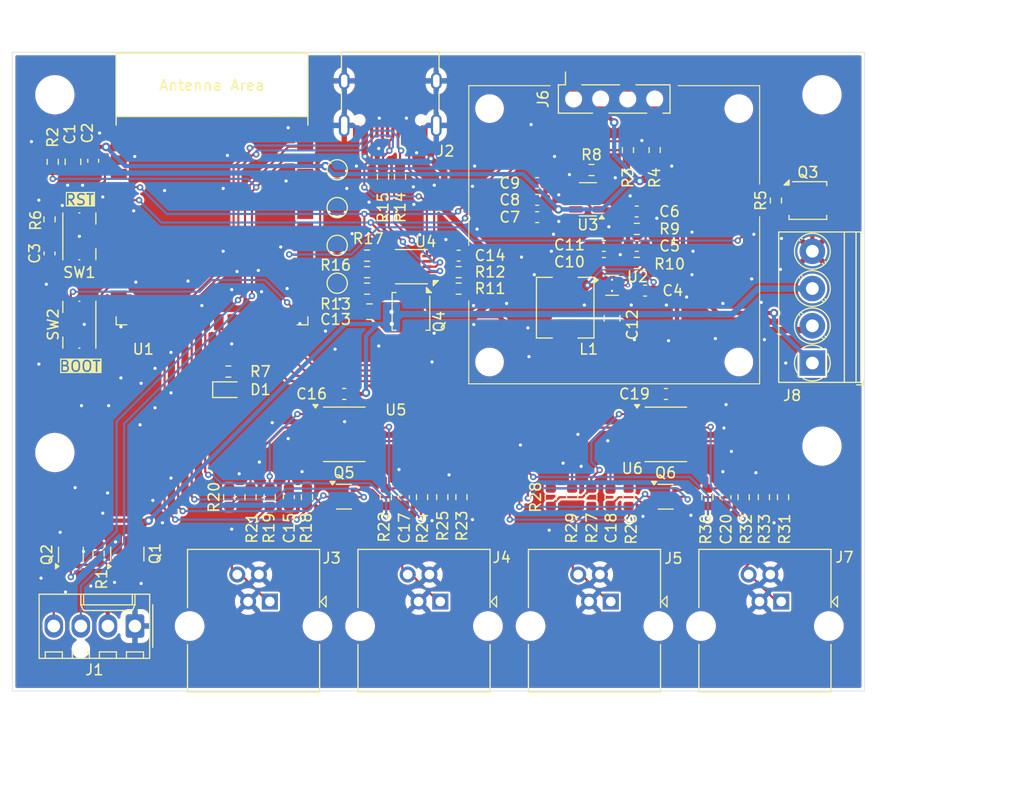
<source format=kicad_pcb>
(kicad_pcb (version 20241229) (generator "pcbnew") (generator_version "9.0")
  (layers (0 "F.Cu" signal) (2 "B.Cu" signal) (13 "F.Paste" user) (15 "B.Paste" user) (5 "F.SilkS" user "F.Silkscreen") (7 "B.SilkS" user "B.Silkscreen") (1 "F.Mask" user) (3 "B.Mask" user) (25 "Edge.Cuts" user))
  (net 0 "")
  (net 1 "Net-(D1-A)")
  (net 2 "/D+")
  (net 3 "/ESP32/~{RESET}")
  (net 4 "VBUS")
  (net 5 "Net-(U5A-+)")
  (net 6 "Net-(Q5A-D1)")
  (net 7 "Net-(U5B-+)")
  (net 8 "Net-(U6A-+)")
  (net 9 "Net-(U6B-+)")
  (net 10 "Net-(J1-Pin_2)")
  (net 11 "/D-")
  (net 12 "Net-(J1-Pin_4)")
  (net 14 "/Power/CC1")
  (net 15 "/Power/CC2")
  (net 17 "/PWM2Volt1/CH1_Out")
  (net 18 "/PWM2Volt1/CH2_Out")
  (net 19 "/PWM2Volt2/CH1_Out")
  (net 20 "/PWM2Volt2/CH2_Out")
  (net 21 "/~{FAN_EN}")
  (net 22 "/ESP32/D13_LED")
  (net 23 "/ESP32/CH1_PWM")
  (net 24 "/ESP32/CH2_PWM")
  (net 25 "Net-(R19-Pad1)")
  (net 26 "/ESP32/CH3_PWM")
  (net 27 "Net-(R23-Pad1)")
  (net 28 "/ESP32/CH4_PWM")
  (net 29 "Net-(R27-Pad1)")
  (net 30 "Net-(U5A--)")
  (net 31 "Net-(U5B--)")
  (net 32 "Net-(U6A--)")
  (net 33 "Net-(U6B--)")
  (net 34 "/ESP32/CH1_DAC_EN")
  (net 35 "/ESP32/CH2_DAC_EN")
  (net 36 "/ESP32/CH3_DAC_EN")
  (net 37 "/ESP32/CH4_DAC_EN")
  (net 38 "/ESP32/TX")
  (net 39 "+12V")
  (net 40 "/Fan_Sense")
  (net 41 "/Fan_Ctrl")
  (net 42 "GND")
  (net 43 "+5V")
  (net 44 "/ESP32/RX")
  (net 45 "/ESP32/BOOT0")
  (net 46 "Net-(Q5B-D2)")
  (net 47 "Net-(Q6A-D1)")
  (net 48 "Net-(Q6B-D2)")
  (net 49 "/ESP32/AUX_EN")
  (net 50 "+3V3")
  (net 51 "Net-(U3-EN)")
  (net 53 "Net-(U2-VBST)")
  (net 54 "Net-(U2-SW)")
  (net 55 "Net-(U2-VFB)")
  (net 56 "Net-(U4-VIN)")
  (net 57 "Net-(Q4-G)")
  (net 58 "Net-(U4-GATE)")
  (net 59 "Net-(U4-DN)")
  (net 60 "Net-(U4-DP)")
  (net 61 "Net-(U4-ISET)")
  (net 62 "Net-(U4-VSET)")
  (net 63 "Net-(R31-Pad1)")
  (net 80 "/SDA")
  (net 81 "/SCL")
  (net 82 "Net-(J8-Pin_4)")
  (net 83 "Net-(Q1-G)")
  (footprint "Resistor_SMD:R_0603_1608Metric" (layer "F.Cu") (at 129.75 90.6 90)
    (property "Reference" "R32")
    (property "Value" "20k")
  )
  (footprint "Capacitor_SMD:C_0603_1608Metric" (layer "F.Cu") (at 64.6 67.7 -90)
    (property "Reference" "C3")
    (property "Value" "1u")
  )
  (footprint "Button_Switch_SMD:SW_Push_1P1T-SH_NO_CK_KMR2xxG" (layer "F.Cu") (at 67.4 66.1 -90)
    (property "Reference" "SW1")
    (property "Value" "RESET")
  )
  (footprint "Resistor_SMD:R_0603_1608Metric" (layer "F.Cu") (at 115.47 59.87)
    (property "Reference" "R8")
    (property "Value" "100k")
  )
  (footprint "Capacitor_SMD:C_0603_1608Metric" (layer "F.Cu") (at 117.25 90.6 -90)
    (property "Reference" "C18")
    (property "Value" "2u2")
  )
  (footprint "Capacitor_SMD:C_0603_1608Metric" (layer "F.Cu") (at 116.625 68.6)
    (property "Reference" "C10")
    (property "Value" "10u")
  )
  (footprint "Capacitor_SMD:C_0603_1608Metric" (layer "F.Cu") (at 119.725 67)
    (property "Reference" "C5")
    (property "Value" "22p")
  )
  (footprint "Resistor_SMD:R_0603_1608Metric" (layer "F.Cu") (at 119.725 65.4)
    (property "Reference" "R9")
    (property "Value" "52k3")
  )
  (footprint "MountingHole:MountingHole_3.2mm_M3_DIN965" (layer "F.Cu") (at 137.1 52.8)
    (property "Reference" "H2" (hide yes))
    (property "Value" "MountingHole")
  )
  (footprint "Resistor_SMD:R_0603_1608Metric" (layer "F.Cu") (at 81.465 90.595 90)
    (property "Reference" "R20")
    (property "Value" "20k")
  )
  (footprint "LED_SMD:LED_0603_1608Metric" (layer "F.Cu") (at 81.4 80.5)
    (property "Reference" "D1")
    (property "Value" "KT-0603R")
  )
  (footprint "Package_DFN_QFN:DFN-10-1EP_3x3mm_P0.5mm_EP1.65x2.38mm" (layer "F.Cu") (at 98.5675 68.9475 180)
    (property "Reference" "U4")
    (property "Value" "HUSB238")
  )
  (footprint "Resistor_SMD:R_0603_1608Metric" (layer "F.Cu") (at 94.4075 67.9125 180)
    (property "Reference" "R17")
    (property "Value" "10k")
  )
  (footprint "Resistor_SMD:R_0603_1608Metric" (layer "F.Cu") (at 118.95 90.6 90)
    (property "Reference" "R26")
    (property "Value" "10k")
  )
  (footprint "Resistor_SMD:R_0603_1608Metric" (layer "F.Cu") (at 99.565 90.595 90)
    (property "Reference" "R24")
    (property "Value" "20k")
  )
  (footprint "Inductor_SMD:L_Wuerth_HCI-5040" (layer "F.Cu") (at 113 72.8 -90)
    (property "Reference" "L1")
    (property "Value" "4.7uH")
  )
  (footprint "Capacitor_SMD:C_0603_1608Metric" (layer "F.Cu") (at 120.5 71.2)
    (property "Reference" "C4")
    (property "Value" "100n")
  )
  (footprint "Resistor_SMD:R_0603_1608Metric" (layer "F.Cu") (at 81.3875 78.8)
    (property "Reference" "R7")
    (property "Value" "5k1")
  )
  (footprint "MountingHole:MountingHole_3.2mm_M3_DIN965" (layer "F.Cu") (at 137.1 85.8)
    (property "Reference" "H6" (hide yes))
    (property "Value" "MountingHole")
  )
  (footprint "Capacitor_SMD:C_0603_1608Metric" (layer "F.Cu") (at 92.265 80.9 180)
    (property "Reference" "C16")
    (property "Value" "100n")
  )
  (footprint "Resistor_SMD:R_0603_1608Metric" (layer "F.Cu") (at 95.9 60.5 -90)
    (property "Reference" "R15")
    (property "Value" "0r")
  )
  (footprint "Resistor_SMD:R_0603_1608Metric" (layer "F.Cu") (at 64.9 59.1 -90)
    (property "Reference" "R2")
    (property "Value" "10k")
  )
  (footprint "MountingHole:MountingHole_2.2mm_M2" (layer "F.Cu") (at 129.3 54.1)
    (property "Reference" "H4" (hide yes))
    (property "Value" "MountingHole")
  )
  (footprint "Package_SO:SOIC-8_3.9x4.9mm_P1.27mm" (layer "F.Cu") (at 92.265 84.695)
    (property "Reference" "U5")
    (property "Value" "TS912")
  )
  (footprint "Capacitor_SMD:C_0603_1608Metric" (layer "F.Cu") (at 116.625 67)
    (property "Reference" "C11")
    (property "Value" "100n")
  )
  (footprint "Capacitor_SMD:C_0603_1608Metric" (layer "F.Cu") (at 128.05 90.6 -90)
    (property "Reference" "C20")
    (property "Value" "2u2")
  )
  (footprint "Connector_USB:USB_C_Receptacle_XKB_U262-16XN-4BVC11" (layer "F.Cu") (at 96.58 52.575 180)
    (property "Reference" "J2")
    (property "Value" "USB_C_Receptacle_USB2.0_16P")
  )
  (footprint "Resistor_SMD:R_0603_1608Metric" (layer "F.Cu") (at 64.6 64.5 -90)
    (property "Reference" "R6")
    (property "Value" "5k1")
  )
  (footprint "MountingHole:MountingHole_2.2mm_M2" (layer "F.Cu") (at 105.9 54.1)
    (property "Reference" "H3" (hide yes))
    (property "Value" "MountingHole")
  )
  (footprint "Package_TO_SOT_SMD:SOT-23" (layer "F.Cu") (at 71.9 95.9375 90)
    (property "Reference" "Q1")
    (property "Value" "BSS83P")
  )
  (footprint "Capacitor_SMD:C_0603_1608Metric" (layer "F.Cu") (at 110.37 61.095 180)
    (property "Reference" "C9")
    (property "Value" "10u")
  )
  (footprint "Resistor_SMD:R_0603_1608Metric" (layer "F.Cu") (at 133.45 90.6 -90)
    (property "Reference" "R31")
    (property "Value" "0r")
  )
  (footprint "Capacitor_SMD:C_0603_1608Metric" (layer "F.Cu") (at 68.7 59 -90)
    (property "Reference" "C2")
    (property "Value" "100n")
  )
  (footprint "Resistor_SMD:R_0603_1608Metric" (layer "F.Cu") (at 103 69.4625 180)
    (property "Reference" "R12")
    (property "Value" "10r")
  )
  (footprint "MultiController_customFP:Molex_KK-254_0470531000_1x04_P2.54mm_Vertical" (layer "F.Cu") (at 72.62 102.7 180)
    (property "Reference" "J1")
    (property "Value" "PC-Fan")
  )
  (footprint "MountingHole:MountingHole_3.2mm_M3_DIN965" (layer "F.Cu") (at 65.1 86.4)
    (property "Reference" "H1" (hide yes))
    (property "Value" "MountingHole")
  )
  (footprint "Capacitor_SMD:C_0805_2012Metric" (layer "F.Cu") (at 94.635 73.18 180)
    (property "Reference" "C13")
    (property "Value" "22u")
  )
  (footprint "MountingHole:MountingHole_2.2mm_M2" (layer "F.Cu") (at 105.9 77.9)
    (property "Reference" "H8" (hide yes))
    (property "Value" "MountingHole")
  )
  (footprint "Connector_RJ:RJ14_Connfly_DS1133-S4_Horizontal" (layer "F.Cu") (at 85.28 100.4 180)
    (property "Reference" "J3")
    (property "Value" "6P4C")
  )
  (footprint "Resistor_SMD:R_0603_1608Metric" (layer "F.Cu") (at 85.265 90.595 -90)
    (property "Reference" "R19")
    (property "Value" "0r")
  )
  (footprint "Capacitor_SMD:C_0805_2012Metric" (layer "F.Cu") (at 66.8 59.1 -90)
    (property "Reference" "C1")
    (property "Value" "22u")
  )
  (footprint "Connector_RJ:RJ14_Connfly_DS1133-S4_Horizontal" (layer "F.Cu") (at 101.28 100.4 180)
    (property "Reference" "J4")
    (property "Value" "6P4C")
  )
  (footprint "Resistor_SMD:R_0603_1608Metric" (layer "F.Cu") (at 111.65 90.6 90)
    (property "Reference" "R28")
    (property "Value" "20k")
  )
  (footprint "Resistor_SMD:R_0603_1608Metric" (layer "F.Cu") (at 96.165 90.595 90)
    (property "Reference" "R22")
    (property "Value" "10k")
  )
  (footprint "TerminalBlock_Phoenix:TerminalBlock_Phoenix_PT-1,5-4-3.5-H_1x04_P3.50mm_Horizontal" (layer "F.Cu") (at 136.2 78 90)
    (property "Reference" "J8")
    (property "Value" "Screw_Terminal_01x04")
  )
  (footprint "MultiController_customFP:ESP32-S3-WROOM-1" (layer "F.Cu") (at 79.85 64.66)
    (property "Reference" "U1")
    (property "Value" "ESP32-S3-WROOM-1")
  )
  (footprint "Package_TO_SOT_SMD:SOT-363_SC-70-6" (layer "F.Cu") (at 92.24 90.55)
    (property "Reference" "Q5")
    (property "Value" "BSS138DW")
  )
  (footprint "TestPoint:TestPoint_Pad_D1.5mm" (layer "F.Cu") (at 91.6 66.95)
    (property "Reference" "TP3" (hide yes))
    (property "Value" "TestPoint")
  )
  (footprint "Capacitor_SMD:C_0603_1608Metric" (layer "F.Cu") (at 119.7125 63.765)
    (property "Reference" "C6")
    (property "Value" "10u")
  )
  (footprint "MultiController_customFP:PinSocket_1x04_P2.54mm_Vertical_SMD_drill_Pin1Right" (layer "F.Cu") (at 117.6 53.2 90)
    (property "Reference" "J6")
    (property "Value" "OLED")
  )
  (footprint "Resistor_SMD:R_0603_1608Metric" (layer "F.Cu") (at 118.89 58 90)
    (property "Reference" "R3")
    (property "Value" "2k2")
  )
  (footprint "Package_TO_SOT_SMD:SOT-23-5" (layer "F.Cu") (at 115.1325 62.62 180)
    (property "Reference" "U3")
    (property "Value" "AP2112K-3.3")
  )
  (footprint "Resistor_SMD:R_0603_1608Metric" (layer "F.Cu") (at 69.2 95.9 -90)
    (property "Reference" "R1")
    (property "Value" "100k")
  )
  (footprint "TestPoint:TestPoint_Pad_D1.5mm" (layer "F.Cu") (at 91.6 70.5)
    (property "Reference" "TP4" (hide yes))
    (property "Value" "TestPoint")
  )
  (footprint "Resistor_SMD:R_0603_1608Metric" (layer "F.Cu") (at 119.725 68.6 180)
    (property "Reference" "R10")
    (property "Value" "10k")
  )
  (footprint "Resistor_SMD:R_0603_1608Metric" (layer "F.Cu") (at 103.265 90.595 -90)
    (property "Reference" "R23")
    (property "Value" "0r")
  )
  (footprint "Capacitor_SMD:C_0603_1608Metric" (layer "F.Cu") (at 87.065 90.595 -90)
    (property "Reference" "C15")
    (property "Value" "2u2")
  )
  (footprint "Resistor_SMD:R_0603_1608Metric" (layer "F.Cu") (at 97.5 60.5 -90)
    (property "Reference" "R14")
    (property "Value" "0r")
  )
  (footprint "Resistor_SMD:R_0603_1608Metric" (layer "F.Cu") (at 121.4 58 90)
    (property "Reference" "R4")
    (property "Value" "2k2")
  )
  (footprint "Resistor_SMD:R_0603_1608Metric" (layer "F.Cu") (at 132.78 62.735 90)
    (property "Reference" "R5")
    (property "Value" "10k")
  )
  (footprint "Package_SON:Diodes_PowerDI3333-8" (layer "F.Cu") (at 98.525 73.15 -90)
    (property "Reference" "Q4")
    (property "Value" "AP30P30Q")
  )
  (footprint "Package_TO_SOT_SMD:SOT-363_SC-70-6" (layer "F.Cu") (at 122.425 90.555)
    (property "Reference" "Q6")
    (property "Value" "BSS138DW")
  )
  (footprint "Resistor_SMD:R_0603_1608Metric" (layer "F.Cu") (at 113.65 90.6 -90)
    (property "Reference" "R29")
    (property "Value" "10k")
  )
  (footprint "Capacitor_SMD:C_0603_1608Metric" (layer "F.Cu") (at 103 67.9125)
    (property "Reference" "C14")
    (property "Value" "1u")
  )
  (footprint "Resistor_SMD:R_0603_1608Metric" (layer "F.Cu") (at 88.765 90.595 90)
    (property "Reference" "R18")
    (property "Value" "10k")
  )
  (footprint "Capacitor_SMD:C_0603_1608Metric" (layer "F.Cu") (at 110.37 64.295 180)
    (property "Reference" "C7")
    (property "Value" "10u")
  )
  (footprint "Resistor_SMD:R_0603_1608Metric" (layer "F.Cu") (at 94.4075 69.4625 180)
    (property "Reference" "R16")
    (property "Value" "14k")
  )
  (footprint "Connector_RJ:RJ14_Connfly_DS1133-S4_Horizontal" (layer "F.Cu") (at 133.28 100.4 180)
    (property "Reference" "J7")
    (property "Value" "6P4C")
  )
  (footprint "Package_TO_SOT_SMD:SOT-563" (layer "F.Cu") (at 117.4 70.7)
    (property "Reference" "U2")
    (property "Value" "TPS562202")
  )
  (footprint "Resistor_SMD:R_0603_1608Metric" (layer "F.Cu") (at 126.35 90.6 90)
    (property "Reference" "R30")
    (property "Value" "10k")
  )
  (footprint "Resistor_SMD:R_0603_1608Metric" (layer "F.Cu") (at 101.465 90.595 -90)
    (property "Reference" "R25")
    (property "Value" "10k")
  )
  (footprint "MountingHole:MountingHole_2.2mm_M2" (layer "F.Cu") (at 129.3 77.9)
    (property "Reference" "H7" (hide yes))
    (property "Value" "MountingHole")
  )
  (footprint "Capacitor_SMD:C_0805_2012Metric" (layer "F.Cu") (at 117.4 73.8 90)
    (property "Reference" "C12")
    (property "Value" "22u")
  )
  (footprint "Capacitor_SMD:C_0603_1608Metric" (layer "F.Cu") (at 110.37 62.67 180)
    (property "Reference" "C8")
    (property "Value" "10u")
  )
  (footprint "Resistor_SMD:R_0603_1608Metric" (layer "F.Cu") (at 115.45 90.6 -90)
    (property "Reference" "R27")
    (property "Value" "0r")
  )
  (footprint "Resistor_SMD:R_0603_1608Metric" (layer "F.Cu") (at 83.465 90.595 -90)
    (property "Reference" "R21")
    (property "Value" "10k")
  )
  (footprint "Resistor_SMD:R_0603_1608Metric" (layer "F.Cu") (at 131.65 90.6 -90)
    (property "Reference" "R33")
    (property "Value" "10k")
  )
  (footprint "Package_SO:SOIC-8_3.9x4.9mm_P1.27mm" (layer "F.Cu") (at 122.45 84.7)
    (property "Reference" "U6")
    (property "Value" "TS912")
  )
  (footprint "TestPoint:TestPoint_Pad_D1.5mm" (layer "F.Cu") (at 91.6 63.4)
    (property "Reference" "TP2" (hide yes))
    (property "Value" "TestPoint")
  )
  (footprint "Capacitor_SMD:C_0603_1608Metric" (layer "F.Cu") (at 122.45 80.905 180)
    (property "Reference" "C19")
    (property "Value" "100n")
  )
  (footprint "MountingHole:MountingHole_3.2mm_M3_DIN965" (layer "F.Cu") (at 65.1 52.8)
    (property "Reference" "H5" (hide yes))
    (property "Value" "MountingHole")
  )
  (footprint "Button_Switch_SMD:SW_Push_1P1T-SH_NO_CK_KMR2xxG" (layer "F.Cu") (at 67.4 74.4 90)
    (property "Reference" "SW2")
    (property "Value" "BOOT")
  )
  (footprint "TestPoint:TestPoint_Pad_D1.5mm" (layer "F.Cu") (at 91.6 59.85)
    (property "Reference" "TP1" (hide yes))
    (property "Value" "TestPoint")
  )
  (footprint "Resistor_SMD:R_0603_1608Metric" (layer "F.Cu") (at 94.4075 71.0125 180)
    (property "Reference" "R13")
    (property "Value" "5k1")
  )
  (footprint "Capacitor_SMD:C_0603_1608Metric" (layer "F.Cu") (at 97.865 90.595 -90)
    (property "Reference" "C17")
    (property "Value" "2u2")
  )
  (footprint "Connector_RJ:RJ14_Connfly_DS1133-S4_Horizontal" (layer "F.Cu") (at 117.28 100.4 180)
    (property "Reference" "J5")
    (property "Value" "6P4C")
  )
  (footprint "Package_SON:Diodes_PowerDI3333-8" (layer "F.Cu") (at 135.78 62.735)
    (property "Reference" "Q3")
    (property "Value" "DMN3008SFG")
  )
  (footprint "Package_TO_SOT_SMD:SOT-363_SC-70-6" (layer "F.Cu") (at 66.6 96 90)
    (property "Reference" "Q2")
    (property "Value" "BSS138DW")
  )
  (footprint "Resistor_SMD:R_0603_1608Metric" (layer "F.Cu") (at 103 71.0125 180)
    (property "Reference" "R11")
    (property "Value" "49k9")
  )
  (gr_line (start 103.95 51.95) (end 111.6 51.95) (stroke (width 0.1)) (layer "F.SilkS"))
  (gr_line (start 131.25 51.95) (end 131.25 61.2) (stroke (width 0.1)) (layer "F.SilkS"))
  (gr_line (start 131.25 79.95) (end 103.95 79.95) (stroke (width 0.1)) (layer "F.SilkS"))
  (gr_line (start 103.95 79.95) (end 103.95 72.15) (stroke (width 0.1)) (layer "F.SilkS"))
  (gr_line (start 131.25 64.25) (end 131.25 79.95) (stroke (width 0.1)) (layer "F.SilkS"))
  (gr_line (start 123.6 51.95) (end 131.25 51.95) (stroke (width 0.1)) (layer "F.SilkS"))
  (gr_line (start 103.95 66.95) (end 103.95 51.95) (stroke (width 0.1)) (layer "F.SilkS"))
  (gr_rect (start 61.1 48.8) (end 141.1 108.8) (stroke (width 0.05)) (fill no) (layer "Edge.Cuts"))
  (gr_text "RST" (at 65.97 63.24 0) (layer "F.SilkS" knockout) (effects (font (size 1 1)) (justify left bottom)))
  (gr_text "BOOT" (at 65.44 78.89 0) (layer "F.SilkS" knockout) (effects (font (size 1 1)) (justify left bottom)))
  (segment (start 82.2125 78.8) (end 82.2125 80.475) (width 0.2) (layer "F.Cu") (net 1))
  (segment (start 95.9 59.675) (end 95.9 58.65) (width 0.2) (layer "F.Cu") (net 2))
  (segment (start 82.325 68.0932) (end 77.9182 72.5) (width 0.2) (layer "F.Cu") (net 2))
  (segment (start 72.635001 72.5) (end 72.225001 72.91) (width 0.2) (layer "F.Cu") (net 2))
  (segment (start 83.717678 58.400521) (end 82.325 59.793199) (width 0.2) (layer "F.Cu") (net 2))
  (segment (start 96.83 56.829999) (end 96.5 57.159999) (width 0.2) (layer "F.Cu") (net 2))
  (segment (start 96.83 56.255) (end 96.83 56.829999) (width 0.2) (layer "F.Cu") (net 2))
  (segment (start 82.325 59.793199) (end 82.325 68.0932) (width 0.2) (layer "F.Cu") (net 2))
  (segment (start 77.9182 72.5) (end 72.635001 72.5) (width 0.2) (layer "F.Cu") (net 2))
  (segment (start 95.9 58.65) (end 96.5 58.05) (width 0.2) (layer "F.Cu") (net 2))
  (segment (start 96.5 57.159999) (end 96.5 58.05) (width 0.2) (layer "F.Cu") (net 2))
  (segment (start 72.225001 72.91) (end 71.1 72.91) (width 0.2) (layer "F.Cu") (net 2))
  (segment (start 95.83 56.829999) (end 95.83 56.255) (width 0.2) (layer "F.Cu") (net 2))
  (segment (start 96.559999 57.1) (end 96.100001 57.1) (width 0.2) (layer "F.Cu") (net 2))
  (segment (start 96.83 56.829999) (end 96.559999 57.1) (width 0.2) (layer "F.Cu") (net 2))
  (segment (start 84.000521 58.400521) (end 83.717678 58.400521) (width 0.2) (layer "F.Cu") (net 2))
  (segment (start 96.100001 57.1) (end 95.83 56.829999) (width 0.2) (layer "F.Cu") (net 2))
  (via (at 96.5 58.05) (size 0.6) (drill 0.3) (layers "F.Cu" "B.Cu") (net 2))
  (via (at 84.000521 58.400521) (size 0.6) (drill 0.3) (layers "F.Cu" "B.Cu") (net 2))
  (segment (start 84.093199 58.025) (end 84.000521 58.117678) (width 0.2) (layer "B.Cu") (net 2))
  (segment (start 95.1932 56.625) (end 93.7932 58.025) (width 0.2) (layer "B.Cu") (net 2))
  (segment (start 96.5 58.05) (end 96.824999 57.725001) (width 0.2) (layer "B.Cu") (net 2))
  (segment (start 96.5068 56.625) (end 95.1932 56.625) (width 0.2) (layer "B.Cu") (net 2))
  (segment (start 96.824999 57.725001) (end 96.824999 56.943199) (width 0.2) (layer "B.Cu") (net 2))
  (segment (start 93.7932 58.025) (end 84.093199 58.025) (width 0.2) (layer "B.Cu") (net 2))
  (segment (start 96.824999 56.943199) (end 96.5068 56.625) (width 0.2) (layer "B.Cu") (net 2))
  (segment (start 84.000521 58.117678) (end 84.000521 58.400521) (width 0.2) (layer "B.Cu") (net 2))
  (segment (start 64.6 66.925) (end 65.375 66.925) (width 0.2) (layer "F.Cu") (net 3))
  (segment (start 66.65 64.05) (end 69.8 60.9) (width 0.2) (layer "F.Cu") (net 3))
  (segment (start 65.375 66.925) (end 66.6 68.15) (width 0.2) (layer "F.Cu") (net 3))
  (segment (start 69.8 60.9) (end 69.8 59.9) (width 0.2) (layer "F.Cu") (net 3))
  (segment (start 65.875 64.05) (end 64.6 65.325) (width 0.2) (layer "F.Cu") (net 3))
  (segment (start 69.8 59.9) (end 70.76 58.94) (width 0.2) (layer "F.Cu") (net 3))
  (segment (start 64.6 65.325) (end 64.6 66.925) (width 0.2) (layer "F.Cu") (net 3))
  (segment (start 66.6 64.05) (end 65.875 64.05) (width 0.2) (layer "F.Cu") (net 3))
  (segment (start 101.65 60.05) (end 101.65 63.55) (width 0.6) (layer "F.Cu") (net 4))
  (segment (start 98.98 57.03) (end 100.4 58.45) (width 0.6) (layer "F.Cu") (net 4))
  (segment (start 98.98 56.255) (end 98.98 57.03) (width 0.6) (layer "F.Cu") (net 4))
  (segment (start 103.825 69.4625) (end 103.825 71.0125) (width 0.6) (layer "F.Cu") (net 4))
  (segment (start 104.6375 69.4625) (end 103.825 69.4625) (width 0.6) (layer "F.Cu") (net 4))
  (segment (start 101.65 63.55) (end 105.3 67.2) (width 0.6) (layer "F.Cu") (net 4))
  (segment (start 103.825 71.875) (end 103.825 71.0125) (width 0.6) (layer "F.Cu") (net 4))
  (segment (start 100.4 58.45) (end 100.4 58.8) (width 0.6) (layer "F.Cu") (net 4))
  (segment (start 100.4 58.8) (end 101.65 60.05) (width 0.6) (layer "F.Cu") (net 4))
  (segment (start 101.3 72.3) (end 103.4 72.3) (width 0.6) (layer "F.Cu") (net 4))
  (segment (start 103.4 72.3) (end 103.825 71.875) (width 0.6) (layer "F.Cu") (net 4))
  (segment (start 94.18 58.58) (end 94.2 58.6) (width 0.6) (layer "F.Cu") (net 4))
  (segment (start 105.3 67.2) (end 105.3 68.8) (width 0.6) (layer "F.Cu") (net 4))
  (segment (start 99.5 71.65) (end 100.65 71.65) (width 0.6) (layer "F.Cu") (net 4))
  (segment (start 100.65 71.65) (end 101.3 72.3) (width 0.6) (layer "F.Cu") (net 4))
  (segment (start 94.18 56.255) (end 94.18 58.58) (width 0.6) (layer "F.Cu") (net 4))
  (segment (start 105.3 68.8) (end 104.6375 69.4625) (width 0.6) (layer "F.Cu") (net 4))
  (via (at 94.2 58.6) (size 0.6) (drill 0.3) (layers "F.Cu" "B.Cu") (net 4))
  (via (at 100.4 58.8) (size 0.6) (drill 0.3) (layers "F.Cu" "B.Cu") (net 4))
  (segment (start 94.7 59.1) (end 100.1 59.1) (width 0.6) (layer "B.Cu") (net 4))
  (segment (start 100.1 59.1) (end 100.4 58.8) (width 0.6) (layer "B.Cu") (net 4))
  (segment (start 94.2 58.6) (end 94.7 59.1) (width 0.6) (layer "B.Cu") (net 4))
  (segment (start 87.065 86.295) (end 88.03 85.33) (width 0.2) (layer "F.Cu") (net 5))
  (segment (start 87.065 89.82) (end 87.065 86.295) (width 0.2) (layer "F.Cu") (net 5))
  (segment (start 88.03 85.33) (end 89.79 85.33) (width 0.2) (layer "F.Cu") (net 5))
  (segment (start 88.765 89.77) (end 87.115 89.77) (width 0.2) (layer "F.Cu") (net 5))
  (segment (start 87.84 90.595) (end 87.065 91.37) (width 0.2) (layer "F.Cu") (net 6))
  (segment (start 90.07 91.2) (end 89.465 90.595) (width 0.2) (layer "F.Cu") (net 6))
  (segment (start 89.465 90.595) (end 87.84 90.595) (width 0.2) (layer "F.Cu") (net 6))
  (segment (start 91.29 91.2) (end 90.07 91.2) (width 0.2) (layer "F.Cu") (net 6))
  (segment (start 94.765 86.595) (end 94.765 87.395) (width 0.2) (layer "F.Cu") (net 7))
  (segment (start 96.165 88.795) (end 96.165 89.77) (width 0.2) (layer "F.Cu") (net 7))
  (segment (start 96.165 89.77) (end 97.815 89.77) (width 0.2) (layer "F.Cu") (net 7))
  (segment (start 94.765 87.395) (end 96.165 88.795) (width 0.2) (layer "F.Cu") (net 7))
  (segment (start 117.25 86.3) (end 118.215 85.335) (width 0.2) (layer "F.Cu") (net 8))
  (segment (start 117.25 89.825) (end 117.25 86.3) (width 0.2) (layer "F.Cu") (net 8))
  (segment (start 118.215 85.335) (end 119.975 85.335) (width 0.2) (layer "F.Cu") (net 8))
  (segment (start 118.95 89.775) (end 117.3 89.775) (width 0.2) (layer "F.Cu") (net 8))
  (segment (start 126.35 89.775) (end 128 89.775) (width 0.2) (layer "F.Cu") (net 9))
  (segment (start 124.95 87.4) (end 126.35 88.8) (width 0.2) (layer "F.Cu") (net 9))
  (segment (start 124.95 86.6) (end 124.95 87.4) (width 0.2) (layer "F.Cu") (net 9))
  (segment (start 126.35 88.8) (end 126.35 89.775) (width 0.2) (layer "F.Cu") (net 9))
  (segment (start 71.88 99.32) (end 70.06 101.14) (width 0.4) (layer "F.Cu") (net 10))
  (segment (start 71.88 94.9625) (end 71.88 99.32) (width 0.4) (layer "F.Cu") (net 10))
  (segment (start 70.06 101.14) (end 70.06 102.7) (width 0.4) (layer "F.Cu") (net 10))
  (segment (start 96.33 55.52) (end 96.33 56.245) (width 0.2) (layer "F.Cu") (net 11))
  (segment (start 96.6 55.25) (end 96.33 55.52) (width 0.2) (layer "F.Cu") (net 11))
  (segment (start 81.875 59.606801) (end 81.875 67.9068) (width 0.2) (layer "F.Cu") (net 11))
  (segment (start 97.5 59.675) (end 97.5 58.15) (width 0.2) (layer "F.Cu") (net 11))
  (segment (start 97.33 57.78) (end 97.6 58.05) (width 0.2) (layer "F.Cu") (net 11))
  (segment (start 97.33 55.47) (end 97.11 55.25) (width 0.2) (layer "F.Cu") (net 11))
  (segment (start 77.7318 72.05) (end 72.635001 72.05) (width 0.2) (layer "F.Cu") (net 11))
  (segment (start 72.635001 72.05) (end 72.225001 71.64) (width 0.2) (layer "F.Cu") (net 11))
  (segment (start 97.33 56.255) (end 97.33 57.78) (width 0.2) (layer "F.Cu") (net 11))
  (segment (start 83.399479 58.082322) (end 81.875 59.606801) (width 0.2) (layer "F.Cu") (net 11))
  (segment (start 97.11 55.25) (end 96.6 55.25) (width 0.2) (layer "F.Cu") (net 11))
  (segment (start 97.5 58.15) (end 97.6 58.05) (width 0.2) (layer "F.Cu") (net 11))
  (segment (start 81.875 67.9068) (end 77.7318 72.05) (width 0.2) (layer "F.Cu") (net 11))
  (segment (start 97.33 56.245) (end 97.33 55.47) (width 0.2) (layer "F.Cu") (net 11))
  (segment (start 72.225001 71.64) (end 71.1 71.64) (width 0.2) (layer "F.Cu") (net 11))
  (segment (start 83.399479 57.799479) (end 83.399479 58.082322) (width 0.2) (layer "F.Cu") (net 11))
  (via (at 83.399479 57.799479) (size 0.6) (drill 0.3) (layers "F.Cu" "B.Cu") (net 11))
  (via (at 97.6 58.05) (size 0.6) (drill 0.3) (layers "F.Cu" "B.Cu") (net 11))
  (segment (start 97.6 58.05) (end 97.275001 57.725001) (width 0.2) (layer "B.Cu") (net 11))
  (segment (start 95.0068 56.175) (end 93.6068 57.575) (width 0.2) (layer "B.Cu") (net 11))
  (segment (start 97.275001 56.756801) (end 96.6932 56.175) (width 0.2) (layer "B.Cu") (net 11))
  (segment (start 83.682322 57.799479) (end 83.399479 57.799479) (width 0.2) (layer "B.Cu") (net 11))
  (segment (start 97.275001 57.725001) (end 97.275001 56.756801) (width 0.2) (layer "B.Cu") (net 11))
  (segment (start 83.906801 57.575) (end 83.682322 57.799479) (width 0.2) (layer "B.Cu") (net 11))
  (segment (start 96.6932 56.175) (end 95.0068 56.175) (width 0.2) (layer "B.Cu") (net 11))
  (segment (start 93.6068 57.575) (end 83.906801 57.575) (width 0.2) (layer "B.Cu") (net 11))
  (segment (start 65.95 95.05) (end 65.55 95.05) (width 0.2) (layer "F.Cu") (net 12))
  (segment (start 65 95.6) (end 65 102.7) (width 0.2) (layer "F.Cu") (net 12))
  (segment (start 65.55 95.05) (end 65 95.6) (width 0.2) (layer "F.Cu") (net 12))
  (segment (start 98.35 57.95) (end 97.83 57.43) (width 0.2) (layer "F.Cu") (net 14))
  (segment (start 100.7 68.284514) (end 100.7 62.2) (width 0.2) (layer "F.Cu") (net 14))
  (segment (start 100.537014 68.4475) (end 100.7 68.284514) (width 0.2) (layer "F.Cu") (net 14))
  (segment (start 100.7 62.2) (end 98.35 59.85) (width 0.2) (layer "F.Cu") (net 14))
  (segment (start 98.35 59.85) (end 98.35 57.95) (width 0.2) (layer "F.Cu") (net 14))
  (segment (start 97.83 57.43) (end 97.83 56.255) (width 0.2) (layer "F.Cu") (net 14))
  (segment (start 100.0175 68.4475) (end 100.537014 68.4475) (width 0.2) (layer "F.Cu") (net 14))
  (segment (start 100.0175 62.95) (end 100.0175 67.9475) (width 0.2) (layer "F.Cu") (net 15))
  (segment (start 94.83 56.255) (end 94.83 58.77) (width 0.2) (layer "F.Cu") (net 15))
  (segment (start 99.4175 62.35) (end 100.0175 62.95) (width 0.2) (layer "F.Cu") (net 15))
  (segment (start 94.83 58.77) (end 94.15 59.45) (width 0.2) (layer "F.Cu") (net 15))
  (segment (start 94.15 59.45) (end 94.15 61.5) (width 0.2) (layer "F.Cu") (net 15))
  (segment (start 99.25 62.35) (end 99.4175 62.35) (width 0.2) (layer "F.Cu") (net 15))
  (via (at 94.15 61.5) (size 0.6) (drill 0.3) (layers "F.Cu" "B.Cu") (net 15))
  (via (at 99.25 62.35) (size 0.6) (drill 0.3) (layers "F.Cu" "B.Cu") (net 15))
  (segment (start 99.25 62.35) (end 95 62.35) (width 0.2) (layer "B.Cu") (net 15))
  (segment (start 95 62.35) (end 94.15 61.5) (width 0.2) (layer "B.Cu") (net 15))
  (segment (start 85.1 100.4) (end 85.795 100.4) (width 0.2) (layer "F.Cu") (net 17))
  (segment (start 82.56 97.86) (end 85.1 100.4) (width 0.2) (layer "F.Cu") (net 17))
  (segment (start 85.265 91.42) (end 81.715 94.97) (width 0.2) (layer "F.Cu") (net 17))
  (segment (start 81.715 94.97) (end 81.715 97.86) (width 0.2) (layer "F.Cu") (net 17))
  (segment (start 81.715 97.86) (end 82.56 97.86) (width 0.2) (layer "F.Cu") (net 17))
  (segment (start 103.265 91.42) (end 97.715 96.97) (width 0.2) (layer "F.Cu") (net 18))
  (segment (start 97.715 96.97) (end 97.715 97.86) (width 0.2) (layer "F.Cu") (net 18))
  (segment (start 97.715 97.86) (end 98.56 97.86) (width 0.2) (layer "F.Cu") (net 18))
  (segment (start 101.1 100.4) (end 101.795 100.4) (width 0.2) (layer "F.Cu") (net 18))
  (segment (start 98.56 97.86) (end 101.1 100.4) (width 0.2) (layer "F.Cu") (net 18))
  (segment (start 117.795 100.4) (end 117.05 100.4) (width 0.2) (layer "F.Cu") (net 19))
  (segment (start 113.715 93.16) (end 115.45 91.425) (width 0.2) (layer "F.Cu") (net 19))
  (segment (start 117.05 100.4) (end 114.51 97.86) (width 0.2) (layer "F.Cu") (net 19))
  (segment (start 113.715 97.86) (end 113.715 93.16) (width 0.2) (layer "F.Cu") (net 19))
  (segment (start 114.51 97.86) (end 113.715 97.86) (width 0.2) (layer "F.Cu") (net 19))
  (segment (start 133.45 93.65) (end 129.715 97.385) (width 0.2) (layer "F.Cu") (net 20))
  (segment (start 130.31 97.86) (end 132.85 100.4) (width 0.2) (layer "F.Cu") (net 20))
  (segment (start 133.45 91.425) (end 133.45 93.65) (width 0.2) (layer "F.Cu") (net 20))
  (segment (start 132.85 100.4) (end 133.795 100.4) (width 0.2) (layer "F.Cu") (net 20))
  (segment (start 69.5 90.5) (end 66.6 93.4) (width 0.2) (layer "F.Cu") (net 21))
  (segment (start 69.5 71.538) (end 69.5 90.5) (width 0.2) (layer "F.Cu") (net 21))
  (segment (start 71.1 70.37) (end 70.668 70.37) (width 0.2) (layer "F.Cu") (net 21))
  (segment (start 70.668 70.37) (end 69.5 71.538) (width 0.2) (layer "F.Cu") (net 21))
  (segment (start 66.6 93.4) (end 66.6 95.05) (width 0.2) (layer "F.Cu") (net 21))
  (segment (start 80.5625 78.8) (end 80.5625 74.2375) (width 0.2) (layer "F.Cu") (net 22))
  (segment (start 88.765 91.42) (end 88.765 91.735) (width 0.2) (layer "F.Cu") (net 23))
  (segment (start 75.4 74.465) (end 75.4 91.7) (width 0.2) (layer "F.Cu") (net 23))
  (segment (start 75.4 91.7) (end 76.4 92.7) (width 0.2) (layer "F.Cu") (net 23))
  (segment (start 88.765 91.735) (end 87.8 92.7) (width 0.2) (layer "F.Cu") (net 23))
  (via (at 87.8 92.7) (size 0.6) (drill 0.3) (layers "F.Cu" "B.Cu") (net 23))
  (via (at 76.4 92.7) (size 0.6) (drill 0.3) (layers "F.Cu" "B.Cu") (net 23))
  (segment (start 76.4 92.7) (end 87.8 92.7) (width 0.2) (layer "B.Cu") (net 23))
  (segment (start 79.215 88.21) (end 79.5 88.495) (width 0.2) (layer "F.Cu") (net 24))
  (segment (start 79.215 74.16) (end 79.215 88.21) (width 0.2) (layer "F.Cu") (net 24))
  (segment (start 96.2 92.395) (end 96.2 91.455) (width 0.2) (layer "F.Cu") (net 24))
  (via (at 96.2 92.395) (size 0.6) (drill 0.3) (layers "F.Cu" "B.Cu") (net 24))
  (via (at 79.5 88.495) (size 0.6) (drill 0.3) (layers "F.Cu" "B.Cu") (net 24))
  (segment (start 80.7 89.295) (end 94.7 89.295) (width 0.2) (layer "B.Cu") (net 24))
  (segment (start 94.7 89.295) (end 96.2 90.795) (width 0.2) (layer "B.Cu") (net 24))
  (segment (start 96.2 90.795) (end 96.2 92.395) (width 0.2) (layer "B.Cu") (net 24))
  (segment (start 79.9 88.495) (end 80.7 89.295) (width 0.2) (layer "B.Cu") (net 24))
  (segment (start 79.5 88.495) (end 79.9 88.495) (width 0.2) (layer "B.Cu") (net 24))
  (segment (start 84.44 90.595) (end 85.265 89.77) (width 0.2) (layer "F.Cu") (net 25))
  (segment (start 89.79 82.79) (end 87.87 82.79) (width 0.2) (layer "F.Cu") (net 25))
  (segment (start 85.265 89.77) (end 85.265 88.645) (width 0.2) (layer "F.Cu") (net 25))
  (segment (start 82.29 90.595) (end 84.44 90.595) (width 0.2) (layer "F.Cu") (net 25))
  (segment (start 87.87 82.79) (end 87.865 82.795) (width 0.2) (layer "F.Cu") (net 25))
  (segment (start 81.465 91.42) (end 82.29 90.595) (width 0.2) (layer "F.Cu") (net 25))
  (via (at 87.865 82.795) (size 0.6) (drill 0.3) (layers "F.Cu" "B.Cu") (net 25))
  (via (at 85.265 88.645) (size 0.6) (drill 0.3) (layers "F.Cu" "B.Cu") (net 25))
  (segment (start 87.865 82.795) (end 85.265 85.395) (width 0.2) (layer "B.Cu") (net 25))
  (segment (start 85.265 85.395) (end 85.265 88.645) (width 0.2) (layer "B.Cu") (net 25))
  (segment (start 81.755 74.46) (end 86.995 79.7) (width 0.2) (layer "F.Cu") (net 26))
  (segment (start 107.8 88.8) (end 107.8 92.7) (width 0.2) (layer "F.Cu") (net 26))
  (segment (start 86.995 79.7) (end 98.7 79.7) (width 0.2) (layer "F.Cu") (net 26))
  (segment (start 98.7 79.7) (end 107.8 88.8) (width 0.2) (layer "F.Cu") (net 26))
  (segment (start 119 92.7) (end 119 91.475) (width 0.2) (layer "F.Cu") (net 26))
  (via (at 107.8 92.7) (size 0.6) (drill 0.3) (layers "F.Cu" "B.Cu") (net 26))
  (via (at 119 92.7) (size 0.6) (drill 0.3) (layers "F.Cu" "B.Cu") (net 26))
  (segment (start 107.8 92.7) (end 119 92.7) (width 0.2) (layer "B.Cu") (net 26))
  (segment (start 96.4 84.06) (end 96.465 83.995) (width 0.2) (layer "F.Cu") (net 27))
  (segment (start 99.465 92.595) (end 99.465 91.52) (width 0.2) (layer "F.Cu") (net 27))
  (segment (start 102.44 90.595) (end 100.39 90.595) (width 0.2) (layer "F.Cu") (net 27))
  (segment (start 94.74 84.06) (end 96.4 84.06) (width 0.2) (layer "F.Cu") (net 27))
  (segment (start 102.44 90.595) (end 103.265 89.77) (width 0.2) (layer "F.Cu") (net 27))
  (segment (start 100.39 90.595) (end 99.565 91.42) (width 0.2) (layer "F.Cu") (net 27))
  (via (at 96.465 83.995) (size 0.6) (drill 0.3) (layers "F.Cu" "B.Cu") (net 27))
  (via (at 99.465 92.595) (size 0.6) (drill 0.3) (layers "F.Cu" "B.Cu") (net 27))
  (segment (start 96.465 89.595) (end 99.465 92.595) (width 0.2) (layer "B.Cu") (net 27))
  (segment (start 96.465 83.995) (end 96.465 89.595) (width 0.2) (layer "B.Cu") (net 27))
  (segment (start 99.5 78.2) (end 110 88.7) (width 0.2) (layer "F.Cu") (net 28))
  (segment (start 89.305 78.2) (end 99.5 78.2) (width 0.2) (layer "F.Cu") (net 28))
  (segment (start 85.565 74.46) (end 89.305 78.2) (width 0.2) (layer "F.Cu") (net 28))
  (segment (start 126.4 92.6) (end 126.4 91.475) (width 0.2) (layer "F.Cu") (net 28))
  (via (at 110 88.7) (size 0.6) (drill 0.3) (layers "F.Cu" "B.Cu") (net 28))
  (via (at 126.4 92.6) (size 0.6) (drill 0.3) (layers "F.Cu" "B.Cu") (net 28))
  (segment (start 124.7 88.7) (end 126.4 90.4) (width 0.2) (layer "B.Cu") (net 28))
  (segment (start 110 88.7) (end 124.7 88.7) (width 0.2) (layer "B.Cu") (net 28))
  (segment (start 126.4 90.4) (end 126.4 92.6) (width 0.2) (layer "B.Cu") (net 28))
  (segment (start 118.055 82.795) (end 118.05 82.8) (width 0.2) (layer "F.Cu") (net 29))
  (segment (start 115.45 88.831743) (end 116.231743 88.05) (width 0.2) (layer "F.Cu") (net 29))
  (segment (start 111.65 91.425) (end 112.475 90.6) (width 0.2) (layer "F.Cu") (net 29))
  (segment (start 112.475 90.6) (end 114.625 90.6) (width 0.2) (layer "F.Cu") (net 29))
  (segment (start 115.45 89.775) (end 115.45 88.831743) (width 0.2) (layer "F.Cu") (net 29))
  (segment (start 119.975 82.795) (end 118.055 82.795) (width 0.2) (layer "F.Cu") (net 29))
  (segment (start 114.625 90.6) (end 115.45 89.775) (width 0.2) (layer "F.Cu") (net 29))
  (via (at 116.231743 88.05) (size 0.6) (drill 0.3) (layers "F.Cu" "B.Cu") (net 29))
  (via (at 118.05 82.8) (size 0.6) (drill 0.3) (layers "F.Cu" "B.Cu") (net 29))
  (segment (start 118.05 82.8) (end 115.45 85.4) (width 0.2) (layer "B.Cu") (net 29))
  (segment (start 115.45 85.4) (end 115.45 87.268257) (width 0.2) (layer "B.Cu") (net 29))
  (segment (start 115.45 87.268257) (end 116.231743 88.05) (width 0.2) (layer "B.Cu") (net 29))
  (segment (start 81.465 89.77) (end 83.465 89.77) (width 0.2) (layer "F.Cu") (net 30))
  (segment (start 83.465 89.77) (end 83.465 87.095) (width 0.2) (layer "F.Cu") (net 30))
  (segment (start 86.5 84.06) (end 89.79 84.06) (width 0.2) (layer "F.Cu") (net 30))
  (segment (start 83.465 87.095) (end 86.5 84.06) (width 0.2) (layer "F.Cu") (net 30))
  (segment (start 98.3 85.33) (end 94.74 85.33) (width 0.2) (layer "F.Cu") (net 31))
  (segment (start 101.465 89.77) (end 99.565 89.77) (width 0.2) (layer "F.Cu") (net 31))
  (segment (start 99.565 86.595) (end 98.3 85.33) (width 0.2) (layer "F.Cu") (net 31))
  (segment (start 99.565 89.77) (end 99.565 86.595) (width 0.2) (layer "F.Cu") (net 31))
  (segment (start 113.65 86.55) (end 116.135 84.065) (width 0.2) (layer "F.Cu") (net 32))
  (segment (start 113.65 89.775) (end 113.65 86.55) (width 0.2) (layer "F.Cu") (net 32))
  (segment (start 111.65 89.775) (end 113.65 89.775) (width 0.2) (layer "F.Cu") (net 32))
  (segment (start 116.135 84.065) (end 119.975 84.065) (width 0.2) (layer "F.Cu") (net 32))
  (segment (start 129 85.335) (end 124.925 85.335) (width 0.2) (layer "F.Cu") (net 33))
  (segment (start 131.65 89.775) (end 129.75 89.775) (width 0.2) (layer "F.Cu") (net 33))
  (segment (start 129.75 86.085) (end 129 85.335) (width 0.2) (layer "F.Cu") (net 33))
  (segment (start 129.75 89.775) (end 129.75 86.085) (width 0.2) (layer "F.Cu") (net 33))
  (segment (start 94.1 90.595) (end 93.235 90.595) (width 0.2) (layer "F.Cu") (net 34))
  (segment (start 77.945 90.545) (end 78.2 90.8) (width 0.2) (layer "F.Cu") (net 34))
  (segment (start 77.945 74.16) (end 77.945 90.545) (width 0.2) (layer "F.Cu") (net 34))
  (via (at 78.2 90.8) (size 0.6) (drill 0.3) (layers "F.Cu" "B.Cu") (net 34))
  (via (at 94.1 90.595) (size 0.6) (drill 0.3) (layers "F.Cu" "B.Cu") (net 34))
  (segment (start 86.8 89.8) (end 93.305 89.8) (width 0.2) (layer "B.Cu") (net 34))
  (segment (start 93.305 89.8) (end 94.1 90.595) (width 0.2) (layer "B.Cu") (net 34))
  (segment (start 85.8 90.8) (end 86.8 89.8) (width 0.2) (layer "B.Cu") (net 34))
  (segment (start 78.2 90.8) (end 85.8 90.8) (width 0.2) (layer "B.Cu") (net 34))
  (segment (start 90.405 90.55) (end 90.3 90.445) (width 0.2) (layer "F.Cu") (net 35))
  (segment (start 76.675 91.475) (end 77.1 91.9) (width 0.2) (layer "F.Cu") (net 35))
  (segment (start 76.675 74.16) (end 76.675 91.475) (width 0.2) (layer "F.Cu") (net 35))
  (segment (start 91.29 90.55) (end 90.405 90.55) (width 0.2) (layer "F.Cu") (net 35))
  (via (at 77.1 91.9) (size 0.6) (drill 0.3) (layers "F.Cu" "B.Cu") (net 35))
  (via (at 90.3 90.445) (size 0.6) (drill 0.3) (layers "F.Cu" "B.Cu") (net 35))
  (segment (start 77.1 91.9) (end 88.845 91.9) (width 0.2) (layer "B.Cu") (net 35))
  (segment (start 88.845 91.9) (end 90.3 90.445) (width 0.2) (layer "B.Cu") (net 35))
  (segment (start 99.1 78.7) (end 109.5 89.1) (width 0.2) (layer "F.Cu") (net 36))
  (segment (start 84.295 74.46) (end 88.535 78.7) (width 0.2) (layer "F.Cu") (net 36))
  (segment (start 124.255 90.555) (end 123.375 90.555) (width 0.2) (layer "F.Cu") (net 36))
  (segment (start 124.5 90.8) (end 124.255 90.555) (width 0.2) (layer "F.Cu") (net 36))
  (segment (start 88.535 78.7) (end 99.1 78.7) (width 0.2) (layer "F.Cu") (net 36))
  (segment (start 109.5 89.1) (end 109.5 90.7) (width 0.2) (layer "F.Cu") (net 36))
  (via (at 124.5 90.8) (size 0.6) (drill 0.3) (layers "F.Cu" "B.Cu") (net 36))
  (via (at 109.5 90.7) (size 0.6) (drill 0.3) (layers "F.Cu" "B.Cu") (net 36))
  (segment (start 109.5 90.7) (end 110.45 89.75) (width 0.2) (layer "B.Cu") (net 36))
  (segment (start 110.45 89.75) (end 123.45 89.75) (width 0.2) (layer "B.Cu") (net 36))
  (segment (start 123.45 89.75) (end 124.5 90.8) (width 0.2) (layer "B.Cu") (net 36))
  (segment (start 120.5 90.3) (end 120.755 90.555) (width 0.2) (layer "F.Cu") (net 37))
  (segment (start 87.765 79.2) (end 99 79.2) (width 0.2) (layer "F.Cu") (net 37))
  (segment (start 83.025 74.46) (end 87.765 79.2) (width 0.2) (layer "F.Cu") (net 37))
  (segment (start 99 79.2) (end 108.7 88.9) (width 0.2) (layer "F.Cu") (net 37))
  (segment (start 120.755 90.555) (end 121.475 90.555) (width 0.2) (layer "F.Cu") (net 37))
  (segment (start 108.7 88.9) (end 108.7 91.5) (width 0.2) (layer "F.Cu") (net 37))
  (via (at 108.7 91.5) (size 0.6) (drill 0.3) (layers "F.Cu" "B.Cu") (net 37))
  (via (at 120.5 90.3) (size 0.6) (drill 0.3) (layers "F.Cu" "B.Cu") (net 37))
  (segment (start 108.7 91.5) (end 119.3 91.5) (width 0.2) (layer "B.Cu") (net 37))
  (segment (start 119.3 91.5) (end 120.5 90.3) (width 0.2) (layer "B.Cu") (net 37))
  (segment (start 91.6 62.33934) (end 89.47066 60.21) (width 0.2) (layer "F.Cu") (net 38))
  (segment (start 89.47066 60.21) (end 88.6 60.21) (width 0.2) (layer "F.Cu") (net 38))
  (segment (start 91.6 63.4) (end 91.6 62.33934) (width 0.2) (layer "F.Cu") (net 38))
  (segment (start 73.9 92.8) (end 70.2 92.8) (width 0.4) (layer "F.Cu") (net 39))
  (segment (start 109.55 68.6) (end 104.545 73.605) (width 0.6) (layer "F.Cu") (net 39))
  (segment (start 124.925 82.795) (end 124.925 82.605) (width 0.4) (layer "F.Cu") (net 39))
  (segment (start 93.04 80.9) (end 94.195 80.9) (width 0.4) (layer "F.Cu") (net 39))
  (segment (start 95.585 73.18) (end 98.1 73.18) (width 0.4) (layer "F.Cu") (net 39))
  (segment (start 109.775 76.6) (end 106.78 73.605) (width 0.4) (layer "F.Cu") (net 39))
  (segment (start 69.2 93.8) (end 69.2 95.075) (width 0.4) (layer "F.Cu") (net 39))
  (segment (start 94.74 82.79) (end 94.74 82.6) (width 0.4) (layer "F.Cu") (net 39))
  (segment (start 94.195 80.9) (end 94.3 80.795) (width 0.4) (layer "F.Cu") (net 39))
  (segment (start 118.15 70.7) (end 118.9 70.7) (width 0.2) (layer "F.Cu") (net 39))
  (segment (start 114.8 68.6) (end 109.55 68.6) (width 0.6) (layer "F.Cu") (net 39))
  (segment (start 72.85 93.85) (end 73.9 92.8) (width 0.4) (layer "F.Cu") (net 39))
  (segment (start 104.545 73.605) (end 98.525 73.605) (width 0.6) (layer "F.Cu") (net 39))
  (segment (start 123.225 80.905) (end 123.225 79.725) (width 0.4) (layer "F.Cu") (net 39))
  (segment (start 123.225 79.725) (end 120.1 76.6) (width 0.4) (layer "F.Cu") (net 39))
  (segment (start 124.925 82.605) (end 123.225 80.905) (width 0.4) (layer "F.Cu") (net 39))
  (segment (start 106.78 73.605) (end 98.525 73.605) (width 0.4) (layer "F.Cu") (net 39))
  (segment (start 114.8 68.6) (end 115.85 68.6) (width 0.6) (layer "F.Cu") (net 39))
  (segment (start 72.85 96.875) (end 72.85 93.85) (width 0.4) (layer "F.Cu") (net 39))
  (segment (start 70.2 92.8) (end 69.2 93.8) (width 0.4) (layer "F.Cu") (net 39))
  (segment (start 73.9 92.8) (end 73.8 92.9) (width 0.4) (layer "F.Cu") (net 39))
  (segment (start 94.74 82.6) (end 93.04 80.9) (width 0.4) (layer "F.Cu") (net 39))
  (segment (start 115.85 68.6) (end 115.85 67) (width 0.4) (layer "F.Cu") (net 39))
  (segment (start 120.1 76.6) (end 109.775 76.6) (width 0.4) (layer "F.Cu") (net 39))
  (via (at 73.9 92.8) (size 0.8) (drill 0.4) (layers "F.Cu" "B.Cu") (net 39))
  (via (at 116.6 69.8) (size 0.4) (drill 0.2) (layers "F.Cu" "B.Cu") (net 39))
  (via (at 118.9 70.7) (size 0.4) (drill 0.2) (layers "F.Cu" "B.Cu") (net 39))
  (via (at 96.725 74.325) (size 0.8) (drill 0.4) (layers "F.Cu" "B.Cu") (net 39))
  (via (at 94.3 80.795) (size 0.8) (drill 0.4) (layers "F.Cu" "B.Cu") (net 39))
  (via (at 96.7 73.2) (size 0.8) (drill 0.4) (layers "F.Cu" "B.Cu") (net 39))
  (segment (start 94.3 75.45) (end 95.425 74.325) (width 0.4) (layer "B.Cu") (net 39))
  (segment (start 118.4 69.6) (end 118.9 70.1) (width 0.2) (layer "B.Cu") (net 39))
  (segment (start 73.9 92.8) (end 92.375 74.325) (width 0.4) (layer "B.Cu") (net 39))
  (segment (start 116.9 69.6) (end 116.8 69.6) (width 0.2) (layer "B.Cu") (net 39))
  (segment (start 116.8 69.6) (end 116.6 69.8) (width 0.2) (layer "B.Cu") (net 39))
  (segment (start 92.375 74.325) (end 96.725 74.325) (width 0.4) (layer "B.Cu") (net 39))
  (segment (start 97.65 73.4) (end 96.725 74.325) (width 0.6) (layer "B.Cu") (net 39))
  (segment (start 128.7 73.4) (end 97.65 73.4) (width 0.6) (layer "B.Cu") (net 39))
  (segment (start 131.1 71) (end 128.7 73.4) (width 0.6) (layer "B.Cu") (net 39))
  (segment (start 136.2 71) (end 131.1 71) (width 0.6) (layer "B.Cu") (net 39))
  (segment (start 95.425 74.325) (end 96.725 74.325) (width 0.4) (layer "B.Cu") (net 39))
  (segment (start 94.3 80.795) (end 94.3 75.45) (width 0.4) (layer "B.Cu") (net 39))
  (segment (start 118.4 69.6) (end 116.9 69.6) (width 0.2) (layer "B.Cu") (net 39))
  (segment (start 118.9 70.7) (end 118.9 70.1) (width 0.2) (layer "B.Cu") (net 39))
  (segment (start 86.56 58.94) (end 84 61.5) (width 0.2) (layer "F.Cu") (net 40))
  (segment (start 83.600004 61.899996) (end 83.600004 71.7) (width 0.2) (layer "F.Cu") (net 40))
  (segment (start 84 61.5) (end 83.600004 61.899996) (width 0.2) (layer "F.Cu") (net 40))
  (segment (start 64.9 59.925) (end 64.9 60.7) (width 0.2) (layer "F.Cu") (net 40))
  (segment (start 88.6 58.94) (end 86.56 58.94) (width 0.2) (layer "F.Cu") (net 40))
  (via (at 83.600004 71.7) (size 0.6) (drill 0.3) (layers "F.Cu" "B.Cu") (net 40))
  (via (at 84 61.5) (size 0.6) (drill 0.3) (layers "F.Cu" "B.Cu") (net 40))
  (via (at 64.9 60.7) (size 0.6) (drill 0.3) (layers "F.Cu" "B.Cu") (net 40))
  (segment (start 71.6 94.9) (end 67.54 98.96) (width 0.2) (layer "B.Cu") (net 40))
  (segment (start 64.9 60.7) (end 83.2 60.7) (width 0.2) (layer "B.Cu") (net 40))
  (segment (start 83.2 60.7) (end 84 61.5) (width 0.2) (layer "B.Cu") (net 40))
  (segment (start 67.54 98.96) (end 67.54 102.7) (width 0.2) (layer "B.Cu") (net 40))
  (segment (start 71.6 83.700004) (end 71.6 94.9) (width 0.2) (layer "B.Cu") (net 40))
  (segment (start 83.600004 71.7) (end 71.6 83.700004) (width 0.2) (layer "B.Cu") (net 40))
  (segment (start 82.95 61.75) (end 82.95 71.430764) (width 0.2) (layer "F.Cu") (net 41))
  (segment (start 87.03 57.67) (end 82.95 61.75) (width 0.2) (layer "F.Cu") (net 41))
  (segment (start 82.95 71.430764) (end 82.290382 72.090382) (width 0.2) (layer "F.Cu") (net 41))
  (segment (start 66.6 96.95) (end 66.6 98.1) (width 0.2) (layer "F.Cu") (net 41))
  (segment (start 88.6 57.67) (end 87.03 57.67) (width 0.2) (layer "F.Cu") (net 41))
  (via (at 66.6 98.1) (size 0.6) (drill 0.3) (layers "F.Cu" "B.Cu") (net 41))
  (via (at 82.290382 72.090382) (size 0.6) (drill 0.3) (layers "F.Cu" "B.Cu") (net 41))
  (segment (start 70.9 83.480764) (end 82.290382 72.090382) (width 0.2) (layer "B.Cu") (net 41))
  (segment (start 66.6 98.1) (end 70.9 93.799998) (width 0.2) (layer "B.Cu") (net 41))
  (segment (start 70.9 93.799998) (end 70.9 83.480764) (width 0.2) (layer "B.Cu") (net 41))
  (via (at 131.4 72.3) (size 0.6) (drill 0.3) (layers "F.Cu" "B.Cu") (net 42))
  (via (at 132.6 93) (size 0.6) (drill 0.3) (layers "F.Cu" "B.Cu") (net 42))
  (via (at 63.6 78.1) (size 0.6) (drill 0.3) (layers "F.Cu" "B.Cu") (net 42))
  (via (at 109.8 55.6) (size 0.6) (drill 0.3) (layers "F.Cu" "B.Cu") (net 42))
  (via (at 70.05 90.2) (size 0.6) (drill 0.3) (layers "F.Cu" "B.Cu") (net 42))
  (via (at 125 67.5) (size 0.6) (drill 0.3) (layers "F.Cu" "B.Cu") (net 42))
  (via (at 88.1 74.3) (size 0.6) (drill 0.3) (layers "F.Cu" "B.Cu") (net 42))
  (via (at 63.6 62.7) (size 0.6) (drill 0.3) (layers "F.Cu" "B.Cu") (net 42))
  (via (at 124.9 65.7) (size 0.6) (drill 0.3) (layers "F.Cu" "B.Cu") (net 42))
  (via (at 133.7 78) (size 0.6) (drill 0.3) (layers "F.Cu" "B.Cu") (net 42))
  (via (at 76 77) (size 0.6) (drill 0.3) (layers "F.Cu" "B.Cu") (net 42))
  (via (at 104.726041 65.423959) (size 0.6) (drill 0.3) (layers "F.Cu" "B.Cu") (net 42))
  (via (at 72.5 63.7) (size 0.6) (drill 0.3) (layers "F.Cu" "B.Cu") (net 42))
  (via (at 133.3 66.3) (size 0.6) (drill 0.3) (layers "F.Cu" "B.Cu") (net 42))
  (via (at 128.1 81.9) (size 0.6) (drill 0.3) (layers "F.Cu" "B.Cu") (net 42))
  (via (at 91.85 72) (size 0.6) (drill 0.3) (layers "F.Cu" "B.Cu") (net 42))
  (via (at 66.1 99.5) (size 0.6) (drill 0.3) (layers "F.Cu" "B.Cu") (net 42))
  (via (at 75.2 93) (size 0.6) (drill 0.3) (layers "F.Cu" "B.Cu") (net 42))
  (via (at 81.7 71.1) (size 0.6) (drill 0.3) (layers "F.Cu" "B.Cu") (net 42))
  (via (at 86.9 71) (size 0.6) (drill 0.3) (layers "F.Cu" "B.Cu") (net 42))
  (via (at 95.5 57.85) (size 0.6) (drill 0.3) (layers "F.Cu" "B.Cu") (net 42))
  (via (at 127.9 84.1) (size 0.6) (drill 0.3) (layers "F.Cu" "B.Cu") (net 42))
  (via (at 112.4 64.7) (size 0.6) (drill 0.3) (layers "F.Cu" "B.Cu") (net 42))
  (via (at 119.5 75.8) (size 0.6) (drill 0.3) (layers "F.Cu" "B.Cu") (net 42))
  (via (at 119.2 72.55) (size 0.6) (drill 0.3) (layers "F.Cu" "B.Cu") (net 42))
  (via (at 65.8 63.2) (size 0.6) (drill 0.3) (layers "F.Cu" "B.Cu") (net 42))
  (via (at 73.2 98.7) (size 0.6) (drill 0.3) (layers "F.Cu" "B.Cu") (net 42))
  (via (at 131.7 75.8) (size 0.6) (drill 0.3) (layers "F.Cu" "B.Cu") (net 42))
  (via (at 111.5 93.7) (size 0.6) (drill 0.3) (layers "F.Cu" "B.Cu") (net 42))
  (via (at 111.9 65.9) (size 0.6) (drill 0.3) (layers "F.Cu" "B.Cu") (net 42))
  (via (at 75.4 61.8) (size 0.6) (drill 0.3) (layers "F.Cu" "B.Cu") (net 42))
  (via (at 71.3 79.4) (size 0.6) (drill 0.3) (layers "F.Cu" "B.Cu") (net 42))
  (via (at 113.4 60.3) (size 0.6) (drill 0.3) (layers "F.Cu" "B.Cu") (net 42))
  (via (at 108.8 85.7) (size 0.6) (drill 0.3) (layers "F.Cu" "B.Cu") (net 42))
  (via (at 84.5 71.3) (size 0.6) (drill 0.3) (layers "F.Cu" "B.Cu") (net 42))
  (via (at 81.3 58.5) (size 0.6) (drill 0.3) (layers "F.Cu" "B.Cu") (net 42))
  (via (at 73.1 83.8) (size 0.6) (drill 0.3) (layers "F.Cu" "B.Cu") (net 42))
  (via (at 98.8 63.1) (size 0.6) (drill 0.3) (layers "F.Cu" "B.Cu") (net 42))
  (via (at 70.7 98.6) (size 0.6) (drill 0.3) (layers "F.Cu" "B.Cu") (net 42))
  (via (at 102.1 88.5) (size 0.6) (drill 0.3) (layers "F.Cu" "B.Cu") (net 42))
  (via (at 117.4 70.17) (size 0.35) (drill 0.2) (layers "F.Cu" "B.Cu") (net 42))
  (via (at 122.5 72.55) (size 0.6) (drill 0.3) (layers "F.Cu" "B.Cu") (net 42))
  (via (at 124.4 71.8) (size 0.6) (drill 0.3) (layers "F.Cu" "B.Cu") (net 42))
  (via (at 91.4 76.7) (size 0.6) (drill 0.3) (layers "F.Cu" "B.Cu") (net 42))
  (via (at 88.3 88.2) (size 0.6) (drill 0.3) (layers "F.Cu" "B.Cu") (net 42))
  (via (at 64.3 70.6) (size 0.6) (drill 0.3) (layers "F.Cu" "B.Cu") (net 42))
  (via (at 80.9 67.5) (size 0.6) (drill 0.3) (layers "F.Cu" "B.Cu") (net 42))
  (via (at 81.7 93.6) (size 0.6) (drill 0.3) (layers "F.Cu" "B.Cu") (net 42))
  (via (at 82.4 88.4) (size 0.6) (drill 0.3) (layers "F.Cu" "B.Cu") (net 42))
  (via (at 74.5 82.2) (size 0.6) (drill 0.3) (layers "F.Cu" "B.Cu") (net 42))
  (via (at 99.05 58.25) (size 0.6) (drill 0.3) (layers "F.Cu" "B.Cu") (net 42))
  (via (at 111.7 67.5) (size 0.6) (drill 0.3) (layers "F.Cu" "B.Cu") (net 42))
  (via (at 127.8 88.2) (size 0.6) (drill 0.3) (layers "F.Cu" "B.Cu") (net 42))
  (via (at 112.8 87.4) (size 0.6) (drill 0.3) (layers "F.Cu" "B.Cu") (net 42))
  (via (at 69.6 62.4) (size 0.6) (drill 0.3) (layers "F.Cu" "B.Cu") (net 42))
  (via (at 86.8 60.9) (size 0.6) (drill 0.3) (layers "F.Cu" "B.Cu") (net 42))
  (via (at 110.1 69.7) (size 0.6) (drill 0.3) (layers "F.Cu" "B.Cu") (net 42))
  (via (at 104.3 92.7) (size 0.6) (drill 0.3) (layers "F.Cu" "B.Cu") (net 42))
  (via (at 95.55 55) (size 0.6) (drill 0.3) (layers "F.Cu" "B.Cu") (net 42))
  (via (at 67 89.7) (size 0.6) (drill 0.3) (layers "F.Cu" "B.Cu") (net 42))
  (via (at 69.3 56.4) (size 0.6) (drill 0.3) (layers "F.Cu" "B.Cu") (net 42))
  (via (at 127.1 75.7) (size 0.6) (drill 0.3) (layers "F.Cu" "B.Cu") (net 42))
  (via (at 85.5 83.6) (size 0.6) (drill 0.3) (layers "F.Cu" "B.Cu") (net 42))
  (via (at 67.4 66.1) (size 0.6) (drill 0.3) (layers "F.Cu" "B.Cu") (net 42))
  (via (at 118.17 67.82) (size 0.6) (drill 0.3) (layers "F.Cu" "B.Cu") (net 42))
  (via (at 100.713725 61.294485) (size 0.6) (drill 0.3) (layers "F.Cu" "B.Cu") (net 42))
  (via (at 100.5 77.9) (size 0.6) (drill 0.3) (layers "F.Cu" "B.Cu") (net 42))
  (via (at 63.8 98.2) (size 0.6) (drill 0.3) (layers "F.Cu" "B.Cu") (net 42))
  (via (at 121.6 64.4) (size 0.6) (drill 0.3) (layers "F.Cu" "B.Cu") (net 42))
  (via (at 117.7 60.6) (size 0.6) (drill 0.3) (layers "F.Cu" "B.Cu") (net 42))
  (via (at 67.7 61.3) (size 0.6) (drill 0.3) (layers "F.Cu" "B.Cu") (net 42))
  (via (at 74.3 90.9) (size 0.6) (drill 0.3) (layers "F.Cu" "B.Cu") (net 42))
  (via (at 112.4 62.2) (size 0.6) (drill 0.3) (layers "F.Cu" "B.Cu") (net 42))
  (via (at 120.2 57.1) (size 0.6) (drill 0.3) (layers "F.Cu" "B.Cu") (net 42))
  (via (at 122.7 75.9) (size 0.6) (drill 0.3) (layers "F.Cu" "B.Cu") (net 42))
  (via (at 70.8 94.8) (size 0.6) (drill 0.3) (layers "F.Cu" "B.Cu") (net 42))
  (via (at 98.1 55) (size 0.6) (drill 0.3) (layers "F.Cu" "B.Cu") (net 42))
  (via (at 67.86 74.37) (size 0.6) (drill 0.3) (layers "F.Cu" "B.Cu") (net 42))
  (via (at 130.70962 65.90962) (size 0.6) (drill 0.3) (layers "F.Cu" "B.Cu") (net 42))
  (via (at 117 85.3) (size 0.6) (drill 0.3) (layers "F.Cu" "B.Cu") (net 42))
  (via (at 128.6 86.3) (size 0.6) (drill 0.3) (layers "F.Cu" "B.Cu") (net 42))
  (via (at 112 58.6) (size 0.6) (drill 0.3) (layers "F.Cu" "B.Cu") (net 42))
  (via (at 72.7 70.4) (size 0.6) (drill 0.3) (layers "F.Cu" "B.Cu") (net 42))
  (via (at 76 88.8) (size 0.6) (drill 0.3) (layers "F.Cu" "B.Cu") (net 42))
  (via (at 104.5 59.5) (size 0.6) (drill 0.3) (layers "F.Cu" "B.Cu") (net 42))
  (via (at 124.9 69.7) (size 0.6) (drill 0.3) (layers "F.Cu" "B.Cu") (net 42))
  (via (at 72.6 58.6) (size 0.6) (drill 0.3) (layers "F.Cu" "B.Cu") (net 42))
  (via (at 130.5 70.1) (size 0.6) (drill 0.3) (layers "F.Cu" "B.Cu") (net 42))
  (via (at 107.5 72.4) (size 0.6) (drill 0.3) (layers "F.Cu" "B.Cu") (net 42))
  (via (at 84.3 87.3) (size 0.6) (drill 0.3) (layers "F.Cu" "B.Cu") (net 42))
  (via (at 82.2 69.4) (size 0.6) (drill 0.3) (layers "F.Cu" "B.Cu") (net 42))
  (via (at 94.589444 62.890833) (size 0.6) (drill 0.3) (layers "F.Cu" "B.Cu") (net 42))
  (via (at 78.9 72.6) (size 0.6) (drill 0.3) (layers "F.Cu" "B.Cu") (net 42))
  (via (at 92.5 61.6) (size 0.6) (drill 0.3) (layers "F.Cu" "B.Cu") (net 42))
  (via (at 100.5 92.8) (size 0.6) (drill 0.3) (layers "F.Cu" "B.Cu") (net 42))
  (via (at 123 59.5) (size 0.6) (drill 0.3) (layers "F.Cu" "B.Cu") (net 42))
  (via (at 99.35 65.95) (size 0.6) (drill 0.3) (layers "F.Cu" "B.Cu") (net 42))
  (via (at 119.1 62.3) (size 0.6) (drill 0.3) (layers "F.Cu" "B.Cu") (net 42))
  (via (at 90.5 75) (size 0.6) (drill 0.3) (layers "F.Cu" "B.Cu") (net 42))
  (via (at 117.1 65.2) (size 0.6) (drill 0.3) (layers "F.Cu" "B.Cu") (net 42))
  (via (at 114.5 87.7) (size 0.6) (drill 0.3) (layers "F.Cu" "B.Cu") (net 42))
  (via (at 62.9 57.2) (size 0.6) (drill 0.3) (layers "F.Cu" "B.Cu") (net 42))
  (via (at 66.3 61.3) (size 0.6) (drill 0.3) (layers "F.Cu" "B.Cu") (net 42))
  (via (at 92.3 83.5) (size 0.6) (drill 0.3) (layers "F.Cu" "B.Cu") (net 42))
  (via (at 104.419669 74.380331) (size 0.6) (drill 0.3) (layers "F.Cu" "B.Cu") (net 42))
  (via (at 80.9 61.6) (size 0.6) (drill 0.3) (layers "F.Cu" "B.Cu") (net 42))
  (via (at 114.8 72.55) (size 0.6) (drill 0.3) (layers "F.Cu" "B.Cu") (net 42))
  (via (at 124.8 92.3) (size 0.6) (drill 0.3) (layers "F.Cu" "B.Cu") (net 42))
  (via (at 93.4 59.5) (size 0.6) (drill 0.3) (layers "F.Cu" "B.Cu") (net 42))
  (via (at 127.8 72.4) (size 0.6) (drill 0.3) (layers "F.Cu" "B.Cu") (net 42))
  (via (at 65.6 93.9) (size 0.6) (drill 0.3) (layers "F.Cu" "B.Cu") (net 42))
  (via (at 86.3 67.1) (size 0.6) (drill 0.3) (layers "F.Cu" "B.Cu") (net 42))
  (via (at 114.2 84.7) (size 0.6) (drill 0.3) (layers "F.Cu" "B.Cu") (net 42))
  (via (at 98.75 61.45) (size 0.6) (drill 0.3) (layers "F.Cu" "B.Cu") (net 42))
  (via (at 77.6 70.3) (size 0.6) (drill 0.3) (layers "F.Cu" "B.Cu") (net 42))
  (via (at 68.477193 98.942047) (size 0.6) (drill 0.3) (layers "F.Cu" "B.Cu") (net 42))
  (via (at 73.2 79.9) (size 0.6) (drill 0.3) (layers "F.Cu" "B.Cu") (net 42))
  (via (at 84.2 69.3) (size 0.6) (drill 0.3) (layers "F.Cu" "B.Cu") (net 42))
  (via (at 108.9 68.05) (size 0.6) (drill 0.3) (layers "F.Cu" "B.Cu") (net 42))
  (via (at 69.6 92.1) (size 0.6) (drill 0.3) (layers "F.Cu" "B.Cu") (net 42))
  (via (at 87 55.9) (size 0.6) (drill 0.3) (layers "F.Cu" "B.Cu") (net 42))
  (via (at 104.3 61.4) (size 0.6) (drill 0.3) (layers "F.Cu" "B.Cu") (net 42))
  (via (at 67.6 82) (size 0.6) (drill 0.3) (layers "F.Cu" "B.Cu") (net 42))
  (via (at 97.4 88) (size 0.6) (drill 0.3) (layers "F.Cu" "B.Cu") (net 42))
  (via (at 67.8 95.7) (size 0.6) (drill 0.3) (layers "F.Cu" "B.Cu") (net 42))
  (via (at 133.2 69.2) (size 0.6) (drill 0.3) (layers "F.Cu" "B.Cu") (net 42))
  (via (at 100.7 75.2) (size 0.6) (drill 0.3) (layers "F.Cu" "B.Cu") (net 42))
  (via (at 93 65.85) (size 0.6) (drill 0.3) (layers "F.Cu" "B.Cu") (net 42))
  (via (at 71.3 74.6) (size 0.6) (drill 0.3) (layers "F.Cu" "B.Cu") (net 42))
  (via (at 120.3 92.4) (size 0.6) (drill 0.3) (layers "F.Cu" "B.Cu") (net 42))
  (via (at 74.5 78.5) (size 0.6) (drill 0.3) (layers "F.Cu" "B.Cu") (net 42))
  (via (at 101.8 66.4) (size 0.6) (drill 0.3) (layers "F.Cu" "B.Cu") (net 42))
  (via (at 70.15 82) (size 0.6) (drill 0.3) (layers "F.Cu" "B.Cu") (net 42))
  (via (at 117.4 71.22) (size 0.35) (drill 0.2) (layers "F.Cu" "B.Cu") (net 42))
  (via (at 104.4 72.6) (size 0.6) (drill 0.3) (layers "F.Cu" "B.Cu") (net 42))
  (via (at 109.6 77.4) (size 0.6) (drill 0.3) (layers "F.Cu" "B.Cu") (net 42))
  (via (at 130.9 88.3) (size 0.6) (drill 0.3) (layers "F.Cu" "B.Cu") (net 42))
  (via (at 95.5 76.4) (size 0.6) (drill 0.3) (layers "F.Cu" "B.Cu") (net 42))
  (via (at 81.7 76.2) (size 0.6) (drill 0.3) (layers "F.Cu" "B.Cu") (net 42))
  (via (at 109.5 74.7) (size 0.6) (drill 0.3) (layers "F.Cu" "B.Cu") (net 42))
  (via (at 87 85.1) (size 0.6) (drill 0.3) (layers "F.Cu" "B.Cu") (net 42))
  (via (at 76 80.8) (size 0.6) (drill 0.3) (layers "F.Cu" "B.Cu") (net 42))
  (segment (start 123.5 74.75) (end 123.65 74.9) (width 0.6) (layer "F.Cu") (net 43))
  (segment (start 123.65 74.9) (end 135.8 74.9) (width 0.6) (layer "F.Cu") (net 43))
  (segment (start 114.645 60.545) (end 115.17 61.07) (width 0.2) (layer "F.Cu") (net 43))
  (segment (start 117.265 63.765) (end 117.07 63.57) (width 0.4) (layer "F.Cu") (net 43))
  (segment (start 117.4 74.75) (end 113.1 74.75) (width 0.6) (layer "F.Cu") (net 43))
  (segment (start 114.645 59.87) (end 114.645 60.545) (width 0.2) (layer "F.Cu") (net 43))
  (segment (start 117.07 63.57) (end 118.9 65.4) (width 0.4) (layer "F.Cu") (net 43))
  (segment (start 123.3 74.95) (end 123.5 74.75) (width 0.6) (layer "F.Cu") (net 43))
  (segment (start 120.5025 62.2) (end 118.9375 63.765) (width 0.4) (layer "F.Cu") (net 43))
  (segment (start 123.5 63.4) (end 122.3 62.2) (width 0.4) (layer "F.Cu") (net 43))
  (segment (start 117.4 74.75) (end 117.6 74.95) (width 0.6) (layer "F.Cu") (net 43))
  (segment (start 122.3 62.2) (end 120.5025 62.2) (width 0.4) (layer "F.Cu") (net 43))
  (segment (start 118.9375 63.765) (end 117.265 63.765) (width 0.4) (layer "F.Cu") (net 43))
  (segment (start 118.9375 63.765) (end 118.9375 65.3625) (width 0.4) (layer "F.Cu") (net 43))
  (segment (start 123.5 74.75) (end 123.5 63.4) (width 0.4) (layer "F.Cu") (net 43))
  (segment (start 118.9 65.4) (end 118.9 66.95) (width 0.4) (layer "F.Cu") (net 43))
  (segment (start 115.17 63.132499) (end 115.607501 63.57) (width 0.2) (layer "F.Cu") (net 43))
  (segment (start 117.6 74.95) (end 123.3 74.95) (width 0.6) (layer "F.Cu") (net 43))
  (segment (start 115.607501 63.57) (end 116.27 63.57) (width 0.2) (layer "F.Cu") (net 43))
  (segment (start 116.27 63.57) (end 117.07 63.57) (width 0.4) (layer "F.Cu") (net 43))
  (segment (start 135.8 74.9) (end 136.2 74.5) (width 0.6) (layer "F.Cu") (net 43))
  (segment (start 115.17 61.07) (end 115.17 63.132499) (width 0.2) (layer "F.Cu") (net 43))
  (segment (start 90 61.9) (end 89.58 61.48) (width 0.2) (layer "F.Cu") (net 44))
  (segment (start 91.6 66.95) (end 90 65.35) (width 0.2) (layer "F.Cu") (net 44))
  (segment (start 90 65.35) (end 90 61.9) (width 0.2) (layer "F.Cu") (net 44))
  (segment (start 89.58 61.48) (end 88.6 61.48) (width 0.2) (layer "F.Cu") (net 44))
  (segment (start 86.9 72.3) (end 87.51 72.91) (width 0.2) (layer "F.Cu") (net 45))
  (segment (start 66.9 76.15) (end 66.6 76.45) (width 0.2) (layer "F.Cu") (net 45))
  (segment (start 66.6 72.35) (end 66.9 72.65) (width 0.2) (layer "F.Cu") (net 45))
  (segment (start 66.6 72.35) (end 66.6 71.5) (width 0.2) (layer "F.Cu") (net 45))
  (segment (start 66.9 72.65) (end 66.9 76.15) (width 0.2) (layer "F.Cu") (net 45))
  (segment (start 87.51 72.91) (end 88.6 72.91) (width 0.2) (layer "F.Cu") (net 45))
  (segment (start 66.6 71.5) (end 66.8 71.3) (width 0.2) (layer "F.Cu") (net 45))
  (via (at 66.8 71.3) (size 0.6) (drill 0.3) (layers "F.Cu" "B.Cu") (net 45))
  (via (at 86.9 72.3) (size 0.6) (drill 0.3) (layers "F.Cu" "B.Cu") (net 45))
  (segment (start 66.8 71.3) (end 78.7 71.3) (width 0.2) (layer "B.Cu") (net 45))
  (segment (start 79.8 70.2) (end 84.8 70.2) (width 0.2) (layer "B.Cu") (net 45))
  (segment (start 78.7 71.3) (end 79.8 70.2) (width 0.2) (layer "B.Cu") (net 45))
  (segment (start 84.8 70.2) (end 86.9 72.3) (width 0.2) (layer "B.Cu") (net 45))
  (segment (start 93.19 89.9) (end 94.888676 89.9) (width 0.2) (layer "F.Cu") (net 46))
  (segment (start 97.09 90.595) (end 97.865 91.37) (width 0.2) (layer "F.Cu") (net 46))
  (segment (start 95.583676 90.595) (end 97.09 90.595) (width 0.2) (layer "F.Cu") (net 46))
  (segment (start 94.888676 89.9) (end 95.583676 90.595) (width 0.2) (layer "F.Cu") (net 46))
  (segment (start 120.255 91.205) (end 119.65 90.6) (width 0.2) (layer "F.Cu") (net 47))
  (segment (start 118.025 90.6) (end 117.25 91.375) (width 0.2) (layer "F.Cu") (net 47))
  (segment (start 119.65 90.6) (end 118.025 90.6) (width 0.2) (layer "F.Cu") (net 47))
  (segment (start 121.475 91.205) (end 120.255 91.205) (width 0.2) (layer "F.Cu") (net 47))
  (segment (start 125.768676 90.6) (end 127.275 90.6) (width 0.2) (layer "F.Cu") (net 48))
  (segment (start 123.375 89.905) (end 125.073676 89.905) (width 0.2) (layer "F.Cu") (net 48))
  (segment (start 127.275 90.6) (end 128.05 91.375) (width 0.2) (layer "F.Cu") (net 48))
  (segment (start 125.073676 89.905) (end 125.768676 90.6) (width 0.2) (layer "F.Cu") (net 48))
  (segment (start 134.28 63.71) (end 132.93 63.71) (width 0.2) (layer "F.Cu") (net 49))
  (segment (start 88.6 67.83) (end 87.13 67.83) (width 0.2) (layer "F.Cu") (net 49))
  (segment (start 132.14 63.56) (end 129.2 66.5) (width 0.2) (layer "F.Cu") (net 49))
  (segment (start 87.13 67.83) (end 87.1 67.8) (width 0.2) (layer "F.Cu") (net 49))
  (segment (start 132.78 63.56) (end 132.14 63.56) (width 0.2) (layer "F.Cu") (net 49))
  (via (at 87.1 67.8) (size 0.6) (drill 0.3) (layers "F.Cu" "B.Cu") (net 49))
  (via (at 129.2 66.5) (size 0.6) (drill 0.3) (layers "F.Cu" "B.Cu") (net 49))
  (segment (start 129.2 66.5) (end 104.380761 66.5) (width 0.2) (layer "B.Cu") (net 49))
  (segment (start 87.1 67.8) (end 92.919239 67.8) (width 0.2) (layer "B.Cu") (net 49))
  (segment (start 92.919239 67.8) (end 95.469239 65.25) (width 0.2) (layer "B.Cu") (net 49))
  (segment (start 95.469239 65.25) (end 103.130761 65.25) (width 0.2) (layer "B.Cu") (net 49))
  (segment (start 103.130761 65.25) (end 104.380761 66.5) (width 0.2) (layer "B.Cu") (net 49))
  (segment (start 63.3 61.3) (end 64.6 62.6) (width 0.4) (layer "F.Cu") (net 50))
  (segment (start 69.9 57.7) (end 68.75 57.7) (width 0.4) (layer "F.Cu") (net 50))
  (segment (start 122.977817 60.9) (end 120 60.9) (width 0.4) (layer "F.Cu") (net 50))
  (segment (start 112.37 63.57) (end 112.045 63.57) (width 0.4) (layer "F.Cu") (net 50))
  (segment (start 121.4 59.5) (end 120 60.9) (width 0.4) (layer "F.Cu") (net 50))
  (segment (start 118.89 59.79) (end 120 60.9) (width 0.4) (layer "F.Cu") (net 50))
  (segment (start 65.025 58.15) (end 64.9 58.275) (width 0.4) (layer "F.Cu") (net 50))
  (segment (start 66.8 58.15) (end 65.025 58.15) (width 0.4) (layer "F.Cu") (net 50))
  (segment (start 121.4 58.825) (end 121.4 59.5) (width 0.4) (layer "F.Cu") (net 50))
  (segment (start 91.25 59.5) (end 90.5 59.5) (width 0.4) (layer "F.Cu") (net 50))
  (segment (start 68.7 58.225) (end 66.875 58.225) (width 0.4) (layer "F.Cu") (net 50))
  (segment (start 113.995 63.57) (end 112.37 63.57) (width 0.4) (layer "F.Cu") (net 50))
  (segment (start 124.05 70.05) (end 124.05 61.972183) (width 0.4) (layer "F.Cu") (net 50))
  (segment (start 112.045 63.57) (end 111.145 62.67) (width 0.4) (layer "F.Cu") (net 50))
  (segment (start 132.6 73.3) (end 127.3 73.3) (width 0.4) (layer "F.Cu") (net 50))
  (segment (start 127.3 73.3) (end 126.9 72.9) (width 0.4) (layer "F.Cu") (net 50))
  (segment (start 116.33 54.85) (end 117.05 54.85) (width 0.4) (layer "F.Cu") (net 50))
  (segment (start 69.9 57.7) (end 71.07 57.7) (width 0.4) (layer "F.Cu") (net 50))
  (segment (start 118.89 58.825) (end 118.89 59.79) (width 0.4) (layer "F.Cu") (net 50))
  (segment (start 64.6 62.6) (end 64.6 63.675) (width 0.4) (layer "F.Cu") (net 50))
  (segment (start 64.9 58.275) (end 64.125 58.275) (width 0.4) (layer "F.Cu") (net 50))
  (segment (start 64.125 58.275) (end 63.3 59.1) (width 0.4) (layer "F.Cu") (net 50))
  (segment (start 111.145 61.095) (end 111.145 64.295) (width 0.4) (layer "F.Cu") (net 50))
  (segment (start 117.05 54.85) (end 117.6 55.4) (width 0.4) (layer "F.Cu") (net 50))
  (segment (start 68.75 57.7) (end 68.575 57.875) (width 0.4) (layer "F.Cu") (net 50))
  (segment (start 63.3 59.1) (end 63.3 61.3) (width 0.4) (layer "F.Cu") (net 50))
  (segment (start 124.05 61.972183) (end 122.977817 60.9) (width 0.4) (layer "F.Cu") (net 50))
  (segment (start 126.9 72.9) (end 124.05 70.05) (width 0.4) (layer "F.Cu") (net 50))
  (via (at 112.37 63.57) (size 0.8) (drill 0.4) (layers "F.Cu" "B.Cu") (net 50))
  (via (at 90.5 59.5) (size 0.8) (drill 0.4) (layers "F.Cu" "B.Cu") (net 50))
  (via (at 120 60.9) (size 0.8) (drill 0.4) (layers "F.Cu" "B.Cu") (net 50))
  (via (at 117.6 55.4) (size 0.8) (drill 0.4) (layers "F.Cu" "B.Cu") (net 50))
  (via (at 69.9 57.7) (size 0.8) (drill 0.4) (layers "F.Cu" "B.Cu") (net 50))
  (via (at 132.6 73.3) (size 0.8) (drill 0.4) (layers "F.Cu" "B.Cu") (net 50))
  (segment (start 112.37 63.57) (end 109.05 60.25) (width 0.4) (layer "B.Cu") (net 50))
  (segment (start 91.25 60.25) (end 90.5 59.5) (width 0.4) (layer "B.Cu") (net 50))
  (segment (start 109.05 60.25) (end 91.25 60.25) (width 0.4) (layer "B.Cu") (net 50))
  (segment (start 117.6 55.4) (end 117.6 58.5) (width 0.4) (layer "B.Cu") (net 50))
  (segment (start 117.6 58.5) (end 120 60.9) (width 0.4) (layer "B.Cu") (net 50))
  (segment (start 119.125701 60.9) (end 120 60.9) (width 0.4) (layer "B.Cu") (net 50))
  (segment (start 116.455701 63.57) (end 119.125701 60.9) (width 0.4) (layer "B.Cu") (net 50))
  (segment (start 69.9 57.7) (end 71.7 59.5) (width 0.4) (layer "B.Cu") (net 50))
  (segment (start 132.6 74.4) (end 136.2 78) (width 0.4) (layer "B.Cu") (net 50))
  (segment (start 112.37 63.57) (end 116.455701 63.57) (width 0.4) (layer "B.Cu") (net 50))
  (segment (start 71.7 59.5) (end 90.5 59.5) (width 0.4) (layer "B.Cu") (net 50))
  (segment (start 132.6 73.3) (end 132.6 74.4) (width 0.4) (layer "B.Cu") (net 50))
  (segment (start 116.295 59.87) (end 116.295 61.645) (width 0.2) (layer "F.Cu") (net 51))
  (segment (start 118.15 71.2) (end 119.725 71.2) (width 0.2) (layer "F.Cu") (net 53))
  (segment (start 115.1 70.7) (end 115.05 70.75) (width 0.2) (layer "F.Cu") (net 54))
  (segment (start 115.05 70.75) (end 113 70.75) (width 0.2) (layer "F.Cu") (net 54))
  (segment (start 121.275 71.2) (end 121.275 70.425) (width 0.2) (layer "F.Cu") (net 54))
  (segment (start 121.275 70.425) (end 121.3 70.4) (width 0.2) (layer "F.Cu") (net 54))
  (via (at 121.3 70.4) (size 0.6) (drill 0.3) (layers "F.Cu" "B.Cu") (net 54))
  (via (at 115.1 70.7) (size 0.6) (drill 0.3) (layers "F.Cu" "B.Cu") (net 54))
  (segment (start 116.457537 69.2) (end 115.1 70.557537) (width 0.2) (layer "B.Cu") (net 54))
  (segment (start 121.3 70.4) (end 120.1 69.2) (width 0.2) (layer "B.Cu") (net 54))
  (segment (start 115.1 70.557537) (end 115.1 70.7) (width 0.2) (layer "B.Cu") (net 54))
  (segment (start 120.1 69.2) (end 116.457537 69.2) (width 0.2) (layer "B.Cu") (net 54))
  (segment (start 120.55 68.75) (end 119.1 70.2) (width 0.2) (layer "F.Cu") (net 55))
  (segment (start 120.5 67) (end 120.5 68.55) (width 0.2) (layer "F.Cu") (net 55))
  (segment (start 119.1 70.2) (end 118.15 70.2) (width 0.2) (layer "F.Cu") (net 55))
  (segment (start 120.55 65.4) (end 120.55 66.95) (width 0.2) (layer "F.Cu") (net 55))
  (segment (start 101.69 69.9475) (end 100.0175 69.9475) (width 0.2) (layer "F.Cu") (net 56))
  (segment (start 102.175 69.4625) (end 101.69 69.9475) (width 0.2) (layer "F.Cu") (net 56))
  (segment (start 102.225 67.9125) (end 102.225 69.4125) (width 0.2) (layer "F.Cu") (net 56))
  (segment (start 96.9125 71.0125) (end 97.55 71.65) (width 0.2) (layer "F.Cu") (net 57))
  (segment (start 102.175 71.0125) (end 96.9125 71.0125) (width 0.2) (layer "F.Cu") (net 57))
  (segment (start 95.2325 71.0125) (end 96.9125 71.0125) (width 0.2) (layer "F.Cu") (net 57))
  (segment (start 94.4075 70.1875) (end 93.5825 71.0125) (width 0.2) (layer "F.Cu") (net 58))
  (segment (start 97.1175 69.9475) (end 96.8775 70.1875) (width 0.2) (layer "F.Cu") (net 58))
  (segment (start 96.8775 70.1875) (end 94.4075 70.1875) (width 0.2) (layer "F.Cu") (net 58))
  (segment (start 100.0175 68.9475) (end 100.8525 68.9475) (width 0.2) (layer "F.Cu") (net 59))
  (segment (start 96.95 61.4) (end 96.95 64.825334) (width 0.2) (layer "F.Cu") (net 59))
  (segment (start 100.8525 68.9475) (end 101.25 68.55) (width 0.2) (layer "F.Cu") (net 59))
  (segment (start 97.5 61.325) (end 97.025 61.325) (width 0.2) (layer "F.Cu") (net 59))
  (segment (start 96.95 64.825334) (end 98.609691 66.485025) (width 0.2) (layer "F.Cu") (net 59))
  (segment (start 97.025 61.325) (end 96.95 61.4) (width 0.2) (layer "F.Cu") (net 59))
  (via (at 101.25 68.55) (size 0.6) (drill 0.3) (layers "F.Cu" "B.Cu") (net 59))
  (via (at 98.609691 66.485025) (size 0.6) (drill 0.3) (layers "F.Cu" "B.Cu") (net 59))
  (segment (start 100.674666 68.55) (end 98.609691 66.485025) (width 0.2) (layer "B.Cu") (net 59))
  (segment (start 101.25 68.55) (end 100.674666 68.55) (width 0.2) (layer "B.Cu") (net 59))
  (segment (start 100.0175 69.4475) (end 101.1525 69.4475) (width 0.2) (layer "F.Cu") (net 60))
  (segment (start 96.45 65.2825) (end 97.7675 66.6) (width 0.2) (layer "F.Cu") (net 60))
  (segment (start 96.45 61.875) (end 96.45 65.2825) (width 0.2) (layer "F.Cu") (net 60))
  (segment (start 95.9 61.325) (end 96.45 61.875) (width 0.2) (layer "F.Cu") (net 60))
  (segment (start 101.1525 69.4475) (end 101.25 69.35) (width 0.2) (layer "F.Cu") (net 60))
  (via (at 101.25 69.35) (size 0.6) (drill 0.3) (layers "F.Cu" "B.Cu") (net 60))
  (via (at 97.7675 66.6) (size 0.6) (drill 0.3) (layers "F.Cu" "B.Cu") (net 60))
  (segment (start 101.25 69.35) (end 100.4 69.35) (width 0.2) (layer "B.Cu") (net 60))
  (segment (start 100.4 69.35) (end 97.7675 66.7175) (width 0.2) (layer "B.Cu") (net 60))
  (segment (start 97.7675 66.7175) (end 97.7675 66.6) (width 0.2) (layer "B.Cu") (net 60))
  (segment (start 95.2325 69.4625) (end 97.1025 69.4625) (width 0.2) (layer "F.Cu") (net 61))
  (segment (start 96.3525 68.9475) (end 97.1175 68.9475) (width 0.2) (layer "F.Cu") (net 62))
  (segment (start 95.3175 67.9125) (end 96.3525 68.9475) (width 0.2) (layer "F.Cu") (net 62))
  (segment (start 132.625 90.6) (end 133.45 89.775) (width 0.2) (layer "F.Cu") (net 63))
  (segment (start 126.585 84.065) (end 126.65 84) (width 0.2) (layer "F.Cu") (net 63))
  (segment (start 124.925 84.065) (end 126.585 84.065) (width 0.2) (layer "F.Cu") (net 63))
  (segment (start 129.65 92.6) (end 129.65 91.525) (width 0.2) (layer "F.Cu") (net 63))
  (segment (start 130.575 90.6) (end 129.75 91.425) (width 0.2) (layer "F.Cu") (net 63))
  (segment (start 132.625 90.6) (end 130.575 90.6) (width 0.2) (layer "F.Cu") (net 63))
  (via (at 126.65 84) (size 0.6) (drill 0.3) (layers "F.Cu" "B.Cu") (net 63))
  (via (at 129.65 92.6) (size 0.6) (drill 0.3) (layers "F.Cu" "B.Cu") (net 63))
  (segment (start 126.65 89.6) (end 129.65 92.6) (width 0.2) (layer "B.Cu") (net 63))
  (segment (start 126.65 84) (end 126.65 89.6) (width 0.2) (layer "B.Cu") (net 63))
  (segment (start 120.575 58) (end 109.8 58) (width 0.2) (layer "F.Cu") (net 80))
  (segment (start 97.1175 67.1675) (end 94.75 64.8) (width 0.2) (layer "F.Cu") (net 80))
  (segment (start 97.1175 67.9475) (end 97.1175 67.1675) (width 0.2) (layer "F.Cu") (net 80))
  (segment (start 121.41 57.165) (end 121.4 57.175) (width 0.2) (layer "F.Cu") (net 80))
  (segment (start 103.6 64.2) (end 103.6 64.4) (width 0.2) (layer "F.Cu") (net 80))
  (segment (start 121.4 57.175) (end 120.575 58) (width 0.2) (layer "F.Cu") (net 80))
  (segment (start 109.8 58) (end 103.6 64.2) (width 0.2) (layer "F.Cu") (net 80))
  (segment (start 121.41 54.85) (end 121.41 57.165) (width 0.2) (layer "F.Cu") (net 80))
  (segment (start 73 62.7) (end 71.15 62.7) (width 0.2) (layer "F.Cu") (net 80))
  (via (at 94.75 64.8) (size 0.6) (drill 0.3) (layers "F.Cu" "B.Cu") (net 80))
  (via (at 103.6 64.4) (size 0.6) (drill 0.3) (layers "F.Cu" "B.Cu") (net 80))
  (via (at 73 62.7) (size 0.6) (drill 0.3) (layers "F.Cu" "B.Cu") (net 80))
  (segment (start 103.6 64.4) (end 103.2 64.8) (width 0.2) (layer "B.Cu") (net 80))
  (segment (start 75.1 64.8) (end 73 62.7) (width 0.2) (layer "B.Cu") (net 80))
  (segment (start 103.2 64.8) (end 75.1 64.8) (width 0.2) (layer "B.Cu") (net 80))
  (segment (start 97.1175 68.4475) (end 96.692501 68.4475) (width 0.2) (layer "F.Cu") (net 81))
  (segment (start 95.9 67.654999) (end 95.9 66.869239) (width 0.2) (layer "F.Cu") (net 81))
  (segment (start 95.9 66.869239) (end 94.15 65.119239) (width 0.2) (layer "F.Cu") (net 81))
  (segment (start 73.1 61.5) (end 73.08 61.48) (width 0.2) (layer "F.Cu") (net 81))
  (segment (start 73.08 61.48) (end 71.1 61.48) (width 0.2) (layer "F.Cu") (net 81))
  (segment (start 120.1 55.965) (end 118.89 57.175) (width 0.2) (layer "F.Cu") (net 81))
  (segment (start 118.89 57.175) (end 109.525 57.175) (width 0.2) (layer "F.Cu") (net 81))
  (segment (start 118.87 51.55) (end 120.1 52.78) (width 0.2) (layer "F.Cu") (net 81))
  (segment (start 120.1 52.78) (end 120.1 55.965) (width 0.2) (layer "F.Cu") (net 81))
  (segment (start 109.525 57.175) (end 102.951041 63.748959) (width 0.2) (layer "F.Cu") (net 81))
  (segment (start 94.15 65.119239) (end 94.15 64) (width 0.2) (layer "F.Cu") (net 81))
  (segment (start 96.692501 68.4475) (end 95.9 67.654999) (width 0.2) (layer "F.Cu") (net 81))
  (via (at 94.15 64) (size 0.6) (drill 0.3) (layers "F.Cu" "B.Cu") (net 81))
  (via (at 73.1 61.5) (size 0.6) (drill 0.3) (layers "F.Cu" "B.Cu") (net 81))
  (via (at 102.951041 63.748959) (size 0.6) (drill 0.3) (layers "F.Cu" "B.Cu") (net 81))
  (segment (start 75.6 64) (end 73.1 61.5) (width 0.2) (layer "B.Cu") (net 81))
  (segment (start 94.15 64) (end 102.7 64) (width 0.2) (layer "B.Cu") (net 81))
  (segment (start 102.7 64) (end 102.951041 63.748959) (width 0.2) (layer "B.Cu") (net 81))
  (segment (start 94.15 64) (end 75.6 64) (width 0.2) (layer "B.Cu") (net 81))
  (segment (start 136.2 67.5) (end 136.2 62.77) (width 0.4) (layer "F.Cu") (net 82))
  (segment (start 136.2 62.77) (end 136.235 62.735) (width 0.2) (layer "F.Cu") (net 82))
  (segment (start 67.25 96.95) (end 68.25 96.95) (width 0.2) (layer "F.Cu") (net 83))
  (segment (start 70.025 96.875) (end 70.95 96.875) (width 0.2) (layer "F.Cu") (net 83))
  (segment (start 69.825 96.725) (end 70 96.9) (width 0.2) (layer "F.Cu") (net 83))
  (segment (start 68.25 96.95) (end 68.475 96.725) (width 0.2) (layer "F.Cu") (net 83))
  (segment (start 68.475 96.725) (end 69.2 96.725) (width 0.2) (layer "F.Cu") (net 83))
  (segment (start 69.2 96.725) (end 69.825 96.725) (width 0.2) (layer "F.Cu") (net 83))
  (segment (start 70 96.9) (end 70.025 96.875) (width 0.2) (layer "F.Cu") (net 83))
  (zone (net 82) (net_name "Net-(J8-Pin_4)") (layer "F.Cu") (priority 7) (connect_pads thru_hole_only (clearance 0.5)) (min_thickness 0.25) (fill yes (thermal_gap 0.5) (thermal_bridge_width 0.5))
    (polygon (pts (xy 138.1 69.325) (xy 138.1 61.375) (xy 135.115 61.375) (xy 135.1 61.39) (xy 135.1 65.075) (xy 134.3 65.875) (xy 134.3 69.325)))
  )
  (zone (net 54) (net_name "Net-(U2-SW)") (layer "F.Cu") (priority 5) (connect_pads thru_hole_only (clearance 0.2)) (min_thickness 0.25) (fill yes (thermal_gap 0.5) (thermal_bridge_width 0.5))
    (polygon (pts (xy 112.2 69.8) (xy 114.7 69.8) (xy 115.4 70.5) (xy 117.1 70.5) (xy 117.1 70.9) (xy 115.4 70.9) (xy 114.6 71.7) (xy 112.2 71.7)))
  )
  (zone (net 39) (net_name "+12V") (layer "F.Cu") (priority 4) (connect_pads thru_hole_only (clearance 0.2)) (min_thickness 0.25) (fill yes (thermal_gap 0.5) (thermal_bridge_width 0.5))
    (polygon (pts (xy 116.5 66.4) (xy 116.5 69.4) (xy 117 69.9) (xy 117 70.37) (xy 116.17 70.37) (xy 114.3 69) (xy 114.3 67) (xy 115.2 66.4)))
  )
  (zone (net 43) (net_name "+5V") (layer "F.Cu") (priority 6) (connect_pads thru_hole_only (clearance 0.5)) (min_thickness 0.25) (fill yes (thermal_gap 0.5) (thermal_bridge_width 0.5))
    (polygon (pts (xy 112.2 73.9) (xy 115.3 73.9) (xy 115.6 74.2) (xy 118.2 74.2) (xy 118.2 75.3) (xy 115.6 75.3) (xy 115.1 75.8) (xy 112.2 75.8)))
  )
  (zone (net 39) (net_name "+12V") (layer "F.Cu") (priority 2) (connect_pads yes (clearance 0.2)) (min_thickness 0.25) (fill yes (thermal_gap 0.5) (thermal_bridge_width 0.5))
    (polygon (pts (xy 99.735 72.48) (xy 99.735 75.13) (xy 96.185 75.13) (xy 94.985 73.93) (xy 94.985 72.53) (xy 95.235 72.28) (xy 99.535 72.28)))
  )
  (zone (net 4) (net_name "VBUS") (layer "F.Cu") (priority 3) (connect_pads yes (clearance 0.2)) (min_thickness 0.25) (fill yes (thermal_gap 0.5) (thermal_bridge_width 0.5))
    (polygon (pts (xy 97.99 71.3) (xy 99.71 71.3) (xy 99.71 72) (xy 97.99 72)))
  )
  (zone (net 42) (net_name "GND") (layers "F.Cu" "B.Cu") (connect_pads thru_hole_only (clearance 0.2)) (min_thickness 0.25) (fill yes (thermal_gap 0.5) (thermal_bridge_width 0.5))
    (polygon (pts (xy 61.1 48.8) (xy 141.1 48.8) (xy 141.1 108.8) (xy 61.1 108.8)))
  )
  (zone (net 39) (net_name "+12V") (layer "B.Cu") (priority 1) (connect_pads (clearance 0.2)) (min_thickness 0.25) (fill yes (thermal_gap 0.5) (thermal_bridge_width 0.5))
    (polygon (pts (xy 96.1 72.3) (xy 97.3 72.3) (xy 97.5 72.5) (xy 97.5 74.9) (xy 97.3 75.1) (xy 96.1 75.1) (xy 95.9 74.9) (xy 95.9 72.5)))
  )
)
</source>
